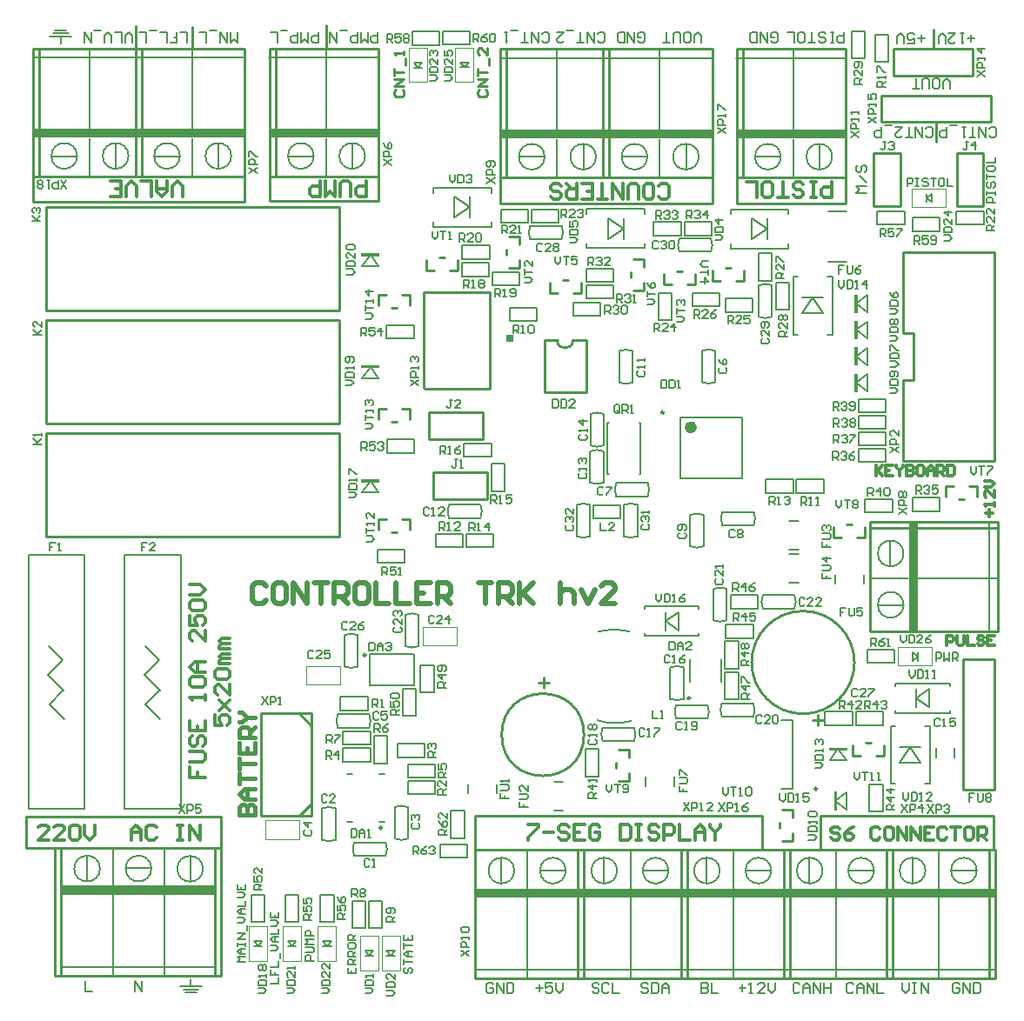
<source format=gto>
G04*
G04 #@! TF.GenerationSoftware,Altium Limited,Altium Designer,18.1.7 (191)*
G04*
G04 Layer_Color=65535*
%FSLAX24Y24*%
%MOIN*%
G70*
G01*
G75*
%ADD10C,0.0070*%
%ADD11C,0.0100*%
%ADD12C,0.0098*%
%ADD13C,0.0079*%
%ADD14C,0.0071*%
%ADD15C,0.0236*%
%ADD16C,0.0050*%
%ADD17C,0.0039*%
%ADD18C,0.0067*%
%ADD19C,0.0157*%
%ADD20C,0.0118*%
%ADD21C,0.0197*%
%ADD22R,0.0364X0.4213*%
%ADD23R,0.5935X0.0374*%
%ADD24R,0.4213X0.0364*%
G36*
X33864Y39835D02*
X33144D01*
Y39945D01*
X33864D01*
Y39835D01*
D02*
G37*
G36*
X52173Y37652D02*
X52063D01*
Y38372D01*
X52173D01*
Y37652D01*
D02*
G37*
G36*
Y36648D02*
X52063D01*
Y37368D01*
X52173D01*
Y36648D01*
D02*
G37*
G36*
X38971Y36567D02*
X38721D01*
Y36817D01*
X38971D01*
Y36567D01*
D02*
G37*
G36*
X52173Y35644D02*
X52063D01*
Y36364D01*
X52173D01*
Y35644D01*
D02*
G37*
G36*
X33864Y35544D02*
X33144D01*
Y35654D01*
X33864D01*
Y35544D01*
D02*
G37*
G36*
X52173Y34620D02*
X52063D01*
Y35340D01*
X52173D01*
Y34620D01*
D02*
G37*
G36*
X33864Y31174D02*
X33144D01*
Y31284D01*
X33864D01*
Y31174D01*
D02*
G37*
G36*
X51797Y20888D02*
X51077D01*
Y20998D01*
X51797D01*
Y20888D01*
D02*
G37*
G36*
X51395Y18597D02*
X51285D01*
Y19317D01*
X51395D01*
Y18597D01*
D02*
G37*
D10*
X43041Y34997D02*
G03*
X43552Y34997I256J608D01*
G01*
Y36205D02*
G03*
X43041Y36204I-255J-609D01*
G01*
X43228Y29102D02*
G03*
X43739Y29101I256J608D01*
G01*
Y30309D02*
G03*
X43228Y30309I-255J-609D01*
G01*
X41417Y29102D02*
G03*
X41928Y29101I256J608D01*
G01*
Y30309D02*
G03*
X41417Y30309I-255J-609D01*
G01*
X48386Y37517D02*
G03*
X48896Y37517I256J608D01*
G01*
Y38724D02*
G03*
X48386Y38724I-255J-609D01*
G01*
X40839Y40492D02*
G03*
X40840Y41003I-608J256D01*
G01*
X39632D02*
G03*
X39632Y40492I609J-255D01*
G01*
X46558Y40010D02*
G03*
X46558Y40520I-608J256D01*
G01*
X45350D02*
G03*
X45351Y40010I609J-255D01*
G01*
X45768Y28718D02*
G03*
X46278Y28717I256J608D01*
G01*
Y29925D02*
G03*
X45768Y29925I-255J-609D01*
G01*
X42930Y31151D02*
G03*
X42930Y30641I608J-256D01*
G01*
X44138D02*
G03*
X44137Y31151I-609J255D01*
G01*
X48201Y29528D02*
G03*
X48202Y30038I-608J256D01*
G01*
X46994D02*
G03*
X46995Y29528I609J-255D01*
G01*
X36523Y30315D02*
G03*
X36522Y29804I608J-256D01*
G01*
X37730D02*
G03*
X37730Y30315I-609J255D01*
G01*
X46211Y35007D02*
G03*
X46721Y35007I256J608D01*
G01*
Y36214D02*
G03*
X46211Y36214I-255J-609D01*
G01*
X42441Y32365D02*
G03*
X41930Y32365I-256J-608D01*
G01*
Y31158D02*
G03*
X42441Y31158I255J609D01*
G01*
X41939Y32586D02*
G03*
X42450Y32585I256J608D01*
G01*
Y33793D02*
G03*
X41939Y33793I-255J-609D01*
G01*
X34853Y24889D02*
G03*
X35363Y24889I256J608D01*
G01*
Y26096D02*
G03*
X34853Y26096I-255J-609D01*
G01*
X32520Y24111D02*
G03*
X33030Y24111I256J608D01*
G01*
Y25319D02*
G03*
X32520Y25318I-255J-609D01*
G01*
X32175Y18674D02*
G03*
X31665Y18674I-256J-608D01*
G01*
Y17467D02*
G03*
X32175Y17467I255J609D01*
G01*
X34097Y16860D02*
G03*
X34098Y17371I-608J256D01*
G01*
X32890D02*
G03*
X32890Y16860I609J-255D01*
G01*
X34960Y18723D02*
G03*
X34450Y18724I-256J-608D01*
G01*
Y17516D02*
G03*
X34960Y17516I255J609D01*
G01*
X32261Y22283D02*
G03*
X32261Y21773I608J-256D01*
G01*
X33468D02*
G03*
X33468Y22283I-609J255D01*
G01*
X48550Y26850D02*
G03*
X48550Y26340I608J-256D01*
G01*
X49758D02*
G03*
X49757Y26850I-609J255D01*
G01*
X46654Y25883D02*
G03*
X47164Y25883I256J608D01*
G01*
Y27090D02*
G03*
X46654Y27090I-255J-609D01*
G01*
X46976Y22707D02*
G03*
X46975Y22196I608J-256D01*
G01*
X48183D02*
G03*
X48183Y22707I-609J255D01*
G01*
X42409Y21772D02*
G03*
X42408Y21261I608J-256D01*
G01*
X43616D02*
G03*
X43616Y21772I-609J255D01*
G01*
X45512Y24077D02*
G03*
X45001Y24078I-256J-608D01*
G01*
Y22870D02*
G03*
X45512Y22871I255J609D01*
G01*
X46430Y22126D02*
G03*
X46430Y22637I-608J256D01*
G01*
X45223D02*
G03*
X45223Y22126I609J-255D01*
G01*
X37057Y28681D02*
Y29193D01*
X36014Y28681D02*
Y29193D01*
X37057D01*
X36014Y28681D02*
X37057D01*
X38218D02*
Y29193D01*
X37175Y28681D02*
Y29193D01*
X38218D01*
X37175Y28681D02*
X38218D01*
X48661Y30768D02*
Y31280D01*
X49705Y30768D02*
Y31280D01*
X48661Y30768D02*
X49705D01*
X48661Y31280D02*
X49705D01*
X49833Y30768D02*
Y31280D01*
X50876Y30768D02*
Y31280D01*
X49833Y30768D02*
X50876D01*
X49833Y31280D02*
X50876D01*
X43552Y35001D02*
Y36201D01*
X43041Y35000D02*
Y36201D01*
X43739Y29105D02*
Y30305D01*
X43228Y29104D02*
Y30305D01*
X41928Y29105D02*
Y30305D01*
X41417Y29104D02*
Y30305D01*
X42057Y30295D02*
X43101D01*
X42057Y29783D02*
X43101D01*
Y30295D01*
X42057Y29783D02*
Y30295D01*
X48897Y37520D02*
Y38720D01*
X48386Y37520D02*
Y38720D01*
X39636Y41003D02*
X40836D01*
X39636Y40492D02*
X40837D01*
X45354Y40521D02*
X46554D01*
X45354Y40010D02*
X46555D01*
X46279Y28721D02*
Y29921D01*
X45768Y28720D02*
Y29921D01*
X42934Y30641D02*
X44134D01*
X42933Y31152D02*
X44134D01*
X46998Y30038D02*
X48198D01*
X46998Y29528D02*
X48199D01*
X38140Y31880D02*
X38652D01*
X38140Y30837D02*
X38652D01*
X38140D02*
Y31880D01*
X38652Y30837D02*
Y31880D01*
X36526Y29804D02*
X37726D01*
X36526Y30315D02*
X37726D01*
X38140Y32146D02*
Y32657D01*
X37096Y32146D02*
Y32657D01*
X38140D01*
X37096Y32146D02*
X38140D01*
X46722Y35011D02*
Y36211D01*
X46211Y35010D02*
Y36211D01*
X39902Y37362D02*
Y37874D01*
X38858Y37362D02*
Y37874D01*
X39902D01*
X38858Y37362D02*
X39902D01*
X41930Y31161D02*
Y32361D01*
X42441Y31161D02*
Y32362D01*
X42450Y32589D02*
Y33789D01*
X41939Y32589D02*
Y33789D01*
X35363Y24892D02*
Y26092D01*
X34852Y24892D02*
Y26093D01*
X39232Y38720D02*
Y39232D01*
X38189Y38720D02*
Y39232D01*
X39232D01*
X38189Y38720D02*
X39232D01*
X41280Y37559D02*
Y38071D01*
X42323Y37559D02*
Y38071D01*
X41280Y37559D02*
X42323D01*
X41280Y38071D02*
X42323D01*
X40718Y41122D02*
Y41634D01*
X39675Y41122D02*
Y41634D01*
X40718D01*
X39675Y41122D02*
X40718D01*
X44547Y38425D02*
X45059D01*
X44547Y37382D02*
X45059D01*
X44547D02*
Y38425D01*
X45059Y37382D02*
Y38425D01*
X42815Y38209D02*
Y38720D01*
X41772Y38209D02*
Y38720D01*
X42815D01*
X41772Y38209D02*
X42815D01*
X46585Y40640D02*
Y41152D01*
X45541Y40640D02*
Y41152D01*
X46585D01*
X45541Y40640D02*
X46585D01*
X47116Y37697D02*
Y38209D01*
X48159Y37697D02*
Y38209D01*
X47116Y37697D02*
X48159D01*
X47116Y38209D02*
X48159D01*
X46890Y37923D02*
Y38435D01*
X45846Y37923D02*
Y38435D01*
X46890D01*
X45846Y37923D02*
X46890D01*
X49055Y37776D02*
X49567D01*
X49055Y38819D02*
X49567D01*
Y37776D02*
Y38819D01*
X49055Y37776D02*
Y38819D01*
X48386Y39951D02*
X48898D01*
X48386Y38907D02*
X48898D01*
X48386D02*
Y39951D01*
X48898Y38907D02*
Y39951D01*
X42815Y38858D02*
Y39370D01*
X41772Y38858D02*
Y39370D01*
X42815D01*
X41772Y38858D02*
X42815D01*
X44370Y40640D02*
Y41152D01*
X45413Y40640D02*
Y41152D01*
X44370Y40640D02*
X45413D01*
X44370Y41152D02*
X45413D01*
X37018Y39065D02*
Y39577D01*
X38061Y39065D02*
Y39577D01*
X37018Y39065D02*
X38061D01*
X37018Y39577D02*
X38061D01*
X38081Y39734D02*
Y40246D01*
X37037Y39734D02*
Y40246D01*
X38081D01*
X37037Y39734D02*
X38081D01*
X38504Y41122D02*
Y41634D01*
X39547Y41122D02*
Y41634D01*
X38504Y41122D02*
X39547D01*
X38504Y41634D02*
X39547D01*
X35433Y23120D02*
X35945D01*
X35433Y24163D02*
X35945D01*
Y23120D02*
Y24163D01*
X35433Y23120D02*
Y24163D01*
X34754Y22224D02*
X35266D01*
X34754Y23268D02*
X35266D01*
Y22224D02*
Y23268D01*
X34754Y22224D02*
Y23268D01*
X33031Y24115D02*
Y25315D01*
X32520Y24114D02*
Y25315D01*
X31664Y17471D02*
Y18671D01*
X32175Y17470D02*
Y18671D01*
X32362Y22431D02*
Y22943D01*
X33406Y22431D02*
Y22943D01*
X32362Y22431D02*
X33406D01*
X32362Y22943D02*
X33406D01*
X32461Y20472D02*
Y20984D01*
X33504Y20472D02*
Y20984D01*
X32461Y20472D02*
X33504D01*
X32461Y20984D02*
X33504D01*
X32894Y17371D02*
X34094D01*
X32894Y16860D02*
X34094D01*
X33652Y20404D02*
X34163D01*
X33652Y21447D02*
X34163D01*
Y20404D02*
Y21447D01*
X33652Y20404D02*
Y21447D01*
X34450Y17520D02*
Y18720D01*
X34961Y17520D02*
Y18720D01*
X34941Y19213D02*
Y19724D01*
X35984Y19213D02*
Y19724D01*
X34941Y19213D02*
X35984D01*
X34941Y19724D02*
X35984D01*
X34547Y20630D02*
Y21142D01*
X35591Y20630D02*
Y21142D01*
X34547Y20630D02*
X35591D01*
X34547Y21142D02*
X35591D01*
X34941Y19852D02*
Y20364D01*
X35984Y19852D02*
Y20364D01*
X34941Y19852D02*
X35984D01*
X34941Y20364D02*
X35984D01*
X32461Y21122D02*
Y21634D01*
X33504Y21122D02*
Y21634D01*
X32461Y21122D02*
X33504D01*
X32461Y21634D02*
X33504D01*
X32265Y21773D02*
X33465D01*
X32264Y22283D02*
X33465D01*
X52844Y47293D02*
X53356D01*
X52844Y48337D02*
X53356D01*
Y47293D02*
Y48337D01*
X52844Y47293D02*
Y48337D01*
X51959Y47421D02*
X52470D01*
X51959Y48465D02*
X52470D01*
Y47421D02*
Y48465D01*
X51959Y47421D02*
Y48465D01*
X55965Y41053D02*
Y41565D01*
X57008Y41053D02*
Y41565D01*
X55965Y41053D02*
X57008D01*
X55965Y41565D02*
X57008D01*
X53514Y30010D02*
Y30522D01*
X52470Y30010D02*
Y30522D01*
X53514D01*
X52470Y30010D02*
X53514D01*
X52215Y33848D02*
Y34360D01*
X53258Y33848D02*
Y34360D01*
X52215Y33848D02*
X53258D01*
X52215Y34360D02*
X53258D01*
X52215Y33219D02*
Y33730D01*
X53258Y33219D02*
Y33730D01*
X52215Y33219D02*
X53258D01*
X52215Y33730D02*
X53258D01*
X52215Y32589D02*
Y33100D01*
X53258Y32589D02*
Y33100D01*
X52215Y32589D02*
X53258D01*
X52215Y33100D02*
X53258D01*
X52215Y31949D02*
Y32461D01*
X53258Y31949D02*
Y32461D01*
X52215Y31949D02*
X53258D01*
X52215Y32461D02*
X53258D01*
X54291Y30069D02*
Y30581D01*
X55335Y30069D02*
Y30581D01*
X54291Y30069D02*
X55335D01*
X54291Y30581D02*
X55335D01*
X41752Y19902D02*
X42264D01*
X41752Y20945D02*
X42264D01*
Y19902D02*
Y20945D01*
X41752Y19902D02*
Y20945D01*
X48554Y26339D02*
X49754D01*
X48553Y26850D02*
X49754D01*
X48356Y26339D02*
Y26850D01*
X47313Y26339D02*
Y26850D01*
X48356D01*
X47313Y26339D02*
X48356D01*
X47136Y25207D02*
Y25719D01*
X48179Y25207D02*
Y25719D01*
X47136Y25207D02*
X48179D01*
X47136Y25719D02*
X48179D01*
X47096Y24035D02*
X47608D01*
X47096Y25079D02*
X47608D01*
Y24035D02*
Y25079D01*
X47096Y24035D02*
Y25079D01*
X47164Y25887D02*
Y27087D01*
X46654Y25886D02*
Y27087D01*
X47096Y23907D02*
X47608D01*
X47096Y22864D02*
X47608D01*
X47096D02*
Y23907D01*
X47608Y22864D02*
Y23907D01*
X46979Y22196D02*
X48179D01*
X46978Y22707D02*
X48179D01*
X42412Y21261D02*
X43612D01*
X42411Y21772D02*
X43612D01*
X45001Y22874D02*
Y24074D01*
X45512Y22874D02*
Y24075D01*
X45226Y22637D02*
X46426D01*
X45226Y22126D02*
X46427D01*
X52628Y18543D02*
X53140D01*
X52628Y19587D02*
X53140D01*
Y18543D02*
Y19587D01*
X52628Y18543D02*
Y19587D01*
X51978Y21870D02*
Y22382D01*
X50935Y21870D02*
Y22382D01*
X51978D01*
X50935Y21870D02*
X51978D01*
X53150D02*
Y22382D01*
X52106Y21870D02*
Y22382D01*
X53150D01*
X52106Y21870D02*
X53150D01*
X35177Y36693D02*
Y37205D01*
X34134Y36693D02*
Y37205D01*
X35177D01*
X34134Y36693D02*
X35177D01*
X35187Y32303D02*
Y32815D01*
X34143Y32303D02*
Y32815D01*
X35187D01*
X34143Y32303D02*
X35187D01*
X34833Y28081D02*
Y28593D01*
X33789Y28081D02*
Y28593D01*
X34833D01*
X33789Y28081D02*
X34833D01*
X33445Y14085D02*
X33957D01*
X33445Y15128D02*
X33957D01*
Y14085D02*
Y15128D01*
X33445Y14085D02*
Y15128D01*
X32815Y14085D02*
X33327D01*
X32815Y15128D02*
X33327D01*
Y14085D02*
Y15128D01*
X32815Y14085D02*
Y15128D01*
X28957Y15364D02*
X29469D01*
X28957Y14321D02*
X29469D01*
X28957D02*
Y15364D01*
X29469Y14321D02*
Y15364D01*
X31594D02*
X32106D01*
X31594Y14321D02*
X32106D01*
X31594D02*
Y15364D01*
X32106Y14321D02*
Y15364D01*
X30256D02*
X30768D01*
X30256Y14321D02*
X30768D01*
X30256D02*
Y15364D01*
X30768Y14321D02*
Y15364D01*
X52933Y41555D02*
X53976D01*
X52933Y41043D02*
X53976D01*
Y41555D01*
X52933Y41043D02*
Y41555D01*
X35118Y47933D02*
Y48445D01*
X36161Y47933D02*
Y48445D01*
X35118Y47933D02*
X36161D01*
X35118Y48445D02*
X36161D01*
X37333Y47943D02*
Y48455D01*
X36289Y47943D02*
Y48455D01*
X37333D01*
X36289Y47943D02*
X37333D01*
X55335Y40807D02*
Y41319D01*
X54291Y40807D02*
Y41319D01*
X55335D01*
X54291Y40807D02*
X55335D01*
X52549Y24754D02*
X53593D01*
X52549Y24242D02*
X53593D01*
Y24754D01*
X52549Y24242D02*
Y24754D01*
X37106Y17539D02*
Y18583D01*
X36594Y17539D02*
Y18583D01*
Y17539D02*
X37106D01*
X36594Y18583D02*
X37106D01*
X36181Y16782D02*
X37224D01*
X36181Y17293D02*
X37224D01*
X36181Y16782D02*
Y17293D01*
X37224Y16782D02*
Y17293D01*
D11*
X40671Y36617D02*
G03*
X41271Y36617I300J0D01*
G01*
X41693Y21496D02*
G03*
X41693Y21496I-1575J0D01*
G01*
X52057Y24268D02*
G03*
X52057Y24268I-1969J0D01*
G01*
X49676Y18338D02*
Y18638D01*
X49276Y17438D02*
X49676D01*
Y17738D01*
X49176Y17938D02*
Y18138D01*
X49276Y18638D02*
X49676D01*
X40171Y36617D02*
X40671D01*
X40171Y34617D02*
X41771D01*
Y36617D01*
X40171Y34617D02*
Y36617D01*
X41271D02*
X41771D01*
X35925Y30541D02*
X37972D01*
X35925Y31565D02*
X37972D01*
X35925Y30541D02*
Y31565D01*
X37972Y30541D02*
Y31565D01*
X35764Y32835D02*
X37811D01*
X35764Y33858D02*
X37811D01*
X35764Y32835D02*
Y33858D01*
X37811Y32835D02*
Y33858D01*
X38081Y34787D02*
X38083Y36364D01*
X35561Y34787D02*
Y38449D01*
X35583Y34764D02*
X38083D01*
X35583Y38464D02*
X38083D01*
X38081Y36323D02*
X38083Y38464D01*
X45668Y38768D02*
X45968D01*
X44768D02*
Y39169D01*
Y38768D02*
X45068D01*
X45268Y39269D02*
X45468D01*
X45968Y38768D02*
Y39169D01*
X47518Y38887D02*
X47818D01*
X46618D02*
Y39287D01*
Y38887D02*
X46918D01*
X47118Y39387D02*
X47318D01*
X47818Y38887D02*
Y39287D01*
X41274Y38419D02*
X41574D01*
X40374D02*
Y38819D01*
Y38419D02*
X40674D01*
X40874Y38919D02*
X41074D01*
X41574Y38419D02*
Y38819D01*
X43978Y39420D02*
Y39720D01*
X43578Y38520D02*
X43978D01*
Y38820D01*
X43478Y39020D02*
Y39220D01*
X43578Y39720D02*
X43978D01*
X36563Y39290D02*
X36863D01*
X35663D02*
Y39690D01*
Y39290D02*
X35963D01*
X36163Y39790D02*
X36363D01*
X36863Y39290D02*
Y39690D01*
X39224Y40294D02*
Y40594D01*
X38824Y39394D02*
X39224D01*
Y39694D01*
X38724Y39894D02*
Y40094D01*
X38824Y40594D02*
X39224D01*
X53089Y45002D02*
Y46002D01*
X57289Y45002D02*
Y46002D01*
X53089D02*
X57289D01*
X53089Y45002D02*
X57289D01*
X53921Y36890D02*
X54321D01*
X53921Y35090D02*
X54321D01*
X53921Y39990D02*
X57421D01*
X53921Y31990D02*
X57421D01*
X54321Y35090D02*
Y36890D01*
X53921D02*
Y39990D01*
Y31990D02*
Y35090D01*
X57421Y31990D02*
Y39990D01*
X52160Y29049D02*
X52460D01*
X51260D02*
Y29449D01*
Y29049D02*
X51560D01*
X51760Y29549D02*
X51960D01*
X52460Y29049D02*
Y29449D01*
X52648Y25472D02*
Y29409D01*
X57569Y25472D02*
Y29409D01*
X52648Y29646D02*
X57569D01*
X52648Y29409D02*
X57569D01*
X52648Y25472D02*
X57569D01*
X52648Y29409D02*
Y29646D01*
X57569Y29409D02*
Y29646D01*
X55561Y31020D02*
X55861D01*
X56761Y30620D02*
Y31020D01*
X56461D02*
X56761D01*
X56061Y30520D02*
X56261D01*
X55561Y30620D02*
Y31020D01*
X43426Y20638D02*
Y20938D01*
X43026Y19738D02*
X43426D01*
Y20038D01*
X42926Y20238D02*
Y20438D01*
X43026Y20938D02*
X43426D01*
X52892Y20688D02*
X53192D01*
X51992D02*
Y21088D01*
Y20688D02*
X52292D01*
X52492Y21188D02*
X52692D01*
X53192Y20688D02*
Y21088D01*
X56231Y19404D02*
X57431D01*
X56231Y24404D02*
X57431D01*
Y19404D02*
Y24404D01*
X56231Y19404D02*
Y24404D01*
X33809Y29751D02*
X34109D01*
X35009Y29351D02*
Y29751D01*
X34709D02*
X35009D01*
X34309Y29251D02*
X34509D01*
X33809Y29351D02*
Y29751D01*
Y38373D02*
X34109D01*
X35009Y37973D02*
Y38373D01*
X34709D02*
X35009D01*
X34309Y37873D02*
X34509D01*
X33809Y37973D02*
Y38373D01*
Y34007D02*
X34109D01*
X35009Y33607D02*
Y34007D01*
X34709D02*
X35009D01*
X34309Y33507D02*
X34509D01*
X33809Y33607D02*
Y34007D01*
X32323Y37756D02*
Y41732D01*
X21102Y37756D02*
Y41732D01*
X32323D01*
X21102Y37756D02*
X32323D01*
Y29094D02*
Y33071D01*
X21102Y29094D02*
Y33071D01*
X32323D01*
X21102Y29094D02*
X32323D01*
X53559Y46772D02*
X56591D01*
X53559Y47795D02*
X56591D01*
X53559Y46772D02*
Y47795D01*
X56591Y46772D02*
Y47795D01*
X56998Y41742D02*
Y43789D01*
X55974Y41742D02*
Y43789D01*
Y41742D02*
X56998D01*
X55974Y43789D02*
X56998D01*
X21654Y17165D02*
X27559D01*
X21654Y12244D02*
X27559D01*
X27795D02*
Y17165D01*
X27559Y12244D02*
Y17165D01*
X21417Y12244D02*
Y17165D01*
X21654Y12244D02*
Y17165D01*
X27559D02*
X27795D01*
X27559Y12244D02*
X27795D01*
X21417Y17165D02*
X21654D01*
X21417Y12244D02*
X21654D01*
X37530Y17087D02*
X41467D01*
X37530Y12165D02*
X41467D01*
X41703D02*
Y17087D01*
X41467Y12165D02*
Y17087D01*
X37530Y12165D02*
Y17087D01*
X41467D02*
X41703D01*
X41467Y12165D02*
X41703D01*
X49341Y17087D02*
X53278D01*
X49341Y12165D02*
X53278D01*
X53514D02*
Y17087D01*
X53278Y12165D02*
Y17087D01*
X49341Y12165D02*
Y17087D01*
X53278D02*
X53514D01*
X53278Y12165D02*
X53514D01*
X53278Y17087D02*
X57215D01*
X53278Y12165D02*
X57215D01*
X57451D02*
Y17087D01*
X57215Y12165D02*
Y17087D01*
X53278Y12165D02*
Y17087D01*
X57215D02*
X57451D01*
X57215Y12165D02*
X57451D01*
X31260Y18376D02*
Y22313D01*
X29331Y18376D02*
Y22313D01*
Y18376D02*
X31260D01*
X29331Y22313D02*
X31260D01*
X30787Y18376D02*
X31260Y18848D01*
X30787Y22313D02*
X31260Y21841D01*
X45404Y12165D02*
X45640D01*
X45404Y17087D02*
X45640D01*
X41467Y12165D02*
Y17087D01*
X45404Y12165D02*
Y17087D01*
X45640Y12165D02*
Y17087D01*
X41467Y12165D02*
X45404D01*
X41467Y17087D02*
X45404D01*
X49341Y12165D02*
X49577D01*
X49341Y17087D02*
X49577D01*
X45404Y12165D02*
Y17087D01*
X49341Y12165D02*
Y17087D01*
X49577Y12165D02*
Y17087D01*
X45404Y12165D02*
X49341D01*
X45404Y17087D02*
X49341D01*
X47539Y47776D02*
X47776D01*
X47539Y42854D02*
X47776D01*
X51713D02*
Y47776D01*
X47776Y42854D02*
Y47776D01*
X47539Y42854D02*
Y47776D01*
X47776D02*
X51713D01*
X47776Y42854D02*
X51713D01*
X42431Y47776D02*
X42667D01*
X42431Y42854D02*
X42667D01*
X46604D02*
Y47776D01*
X42667Y42854D02*
Y47776D01*
X42431Y42854D02*
Y47776D01*
X42667D02*
X46604D01*
X42667Y42854D02*
X46604D01*
X38494Y47776D02*
X38730D01*
X38494Y42854D02*
X38730D01*
X42667D02*
Y47776D01*
X38730Y42854D02*
Y47776D01*
X38494Y42854D02*
Y47776D01*
X38730D02*
X42667D01*
X38730Y42854D02*
X42667D01*
X52785Y43789D02*
X53809D01*
X52785Y41742D02*
X53809D01*
X52785D02*
Y43789D01*
X53809Y41742D02*
Y43789D01*
X29646Y47805D02*
X29882D01*
X29646Y42884D02*
X29882D01*
X33819D02*
Y47805D01*
X29882Y42884D02*
Y47805D01*
X29646Y42884D02*
Y47805D01*
X29882D02*
X33819D01*
X29882Y42884D02*
X33819D01*
X24518Y47805D02*
X24754D01*
X24518Y42884D02*
X24754D01*
X28691D02*
Y47805D01*
X24754Y42884D02*
Y47805D01*
X24518Y42884D02*
Y47805D01*
X24754D02*
X28691D01*
X24754Y42884D02*
X28691D01*
X20581Y47805D02*
X20817D01*
X20581Y42884D02*
X20817D01*
X24754D02*
Y47805D01*
X20817Y42884D02*
Y47805D01*
X20581Y42884D02*
Y47805D01*
X20817D02*
X24754D01*
X20817Y42884D02*
X24754D01*
X32323Y33425D02*
Y37402D01*
X21102Y33425D02*
Y37402D01*
X32323D01*
X21102Y33425D02*
X32323D01*
X24518Y47805D02*
Y48652D01*
X26673Y47805D02*
Y48632D01*
X31811Y47795D02*
Y48681D01*
X20305Y18346D02*
X27795D01*
X20305Y17323D02*
Y18346D01*
Y17165D02*
X21417D01*
X20305D02*
Y17323D01*
X39941Y23489D02*
X40341D01*
X40141Y23689D02*
Y23289D01*
X50443Y22052D02*
X50843D01*
X50643Y22252D02*
Y21852D01*
D12*
X33340Y24555D02*
G03*
X33340Y24555I-49J0D01*
G01*
X33957Y17933D02*
G03*
X33957Y17933I-49J0D01*
G01*
X45758Y22904D02*
G03*
X45758Y22904I-49J0D01*
G01*
X50630Y19427D02*
G03*
X50630Y19427I-49J0D01*
G01*
X44754Y33848D02*
G03*
X44754Y33848I-49J0D01*
G01*
X55089Y47795D02*
Y48524D01*
X55197Y44222D02*
Y45002D01*
X27795Y17165D02*
Y18346D01*
X48524Y17087D02*
Y18386D01*
X37520Y17087D02*
Y18386D01*
X48524D01*
X57402Y17087D02*
Y18386D01*
X50768D02*
X57402D01*
X50768Y17077D02*
Y18386D01*
X38494Y41850D02*
Y42854D01*
X46604Y41850D02*
Y42854D01*
X47539Y41860D02*
Y42854D01*
Y41860D02*
X51713D01*
Y42854D01*
X38494Y41850D02*
X46604D01*
X20581Y41948D02*
Y42884D01*
X28691Y41938D02*
Y42884D01*
X20581Y41938D02*
X28691D01*
X33819Y41948D02*
Y42884D01*
X29646Y41948D02*
X33819D01*
X29646D02*
Y42884D01*
X34475Y46237D02*
X34410Y46171D01*
Y46040D01*
X34475Y45974D01*
X34738D01*
X34803Y46040D01*
Y46171D01*
X34738Y46237D01*
X34803Y46368D02*
X34410D01*
X34803Y46630D01*
X34410D01*
Y46762D02*
Y47024D01*
Y46893D01*
X34803D01*
X34869Y47155D02*
Y47418D01*
X34803Y47549D02*
Y47680D01*
Y47614D01*
X34410D01*
X34475Y47549D01*
X37674Y46237D02*
X37608Y46171D01*
Y46040D01*
X37674Y45974D01*
X37936D01*
X38002Y46040D01*
Y46171D01*
X37936Y46237D01*
X38002Y46368D02*
X37608D01*
X38002Y46630D01*
X37608D01*
Y46762D02*
Y47024D01*
Y46893D01*
X38002D01*
X38068Y47155D02*
Y47418D01*
X38002Y47811D02*
Y47549D01*
X37740Y47811D01*
X37674D01*
X37608Y47745D01*
Y47614D01*
X37674Y47549D01*
D13*
X53938Y28445D02*
G03*
X53938Y28445I-493J0D01*
G01*
Y26476D02*
G03*
X53938Y26476I-493J0D01*
G01*
X23150Y16368D02*
G03*
X23150Y16368I-493J0D01*
G01*
X25119D02*
G03*
X25119Y16368I-493J0D01*
G01*
X27097Y16358D02*
G03*
X27097Y16358I-493J0D01*
G01*
X40995Y16289D02*
G03*
X40995Y16289I-493J0D01*
G01*
X39026D02*
G03*
X39026Y16289I-493J0D01*
G01*
X52806D02*
G03*
X52806Y16289I-493J0D01*
G01*
X50837D02*
G03*
X50837Y16289I-493J0D01*
G01*
X56743D02*
G03*
X56743Y16289I-493J0D01*
G01*
X54775D02*
G03*
X54775Y16289I-493J0D01*
G01*
X42963D02*
G03*
X42963Y16289I-493J0D01*
G01*
X44932D02*
G03*
X44932Y16289I-493J0D01*
G01*
X46900D02*
G03*
X46900Y16289I-493J0D01*
G01*
X48869D02*
G03*
X48869Y16289I-493J0D01*
G01*
X51202Y43652D02*
G03*
X51202Y43652I-493J0D01*
G01*
X49233D02*
G03*
X49233Y43652I-493J0D01*
G01*
X46093D02*
G03*
X46093Y43652I-493J0D01*
G01*
X44125D02*
G03*
X44125Y43652I-493J0D01*
G01*
X42156D02*
G03*
X42156Y43652I-493J0D01*
G01*
X40188D02*
G03*
X40188Y43652I-493J0D01*
G01*
X33308Y43681D02*
G03*
X33308Y43681I-493J0D01*
G01*
X31339D02*
G03*
X31339Y43681I-493J0D01*
G01*
X28180D02*
G03*
X28180Y43681I-493J0D01*
G01*
X26212D02*
G03*
X26212Y43681I-493J0D01*
G01*
X24243D02*
G03*
X24243Y43681I-493J0D01*
G01*
X22275D02*
G03*
X22275Y43681I-493J0D01*
G01*
X49567Y28425D02*
X49921D01*
X49567Y27323D02*
X49921D01*
X49567Y29685D02*
X49921D01*
X49567Y28583D02*
X49921D01*
X49715Y39045D02*
X49902D01*
X51024D02*
X51211D01*
X49715Y36841D02*
X49902D01*
X51024D02*
X51211D01*
X49715D02*
Y39045D01*
X51211Y36841D02*
Y39045D01*
X42598Y31496D02*
X42638D01*
X42598D02*
Y33465D01*
X42638D01*
X43819Y31496D02*
X43858D01*
Y33465D01*
X43819D02*
X43858D01*
X49528Y41447D02*
Y41634D01*
Y40138D02*
Y40325D01*
X47323Y41447D02*
Y41634D01*
Y40138D02*
Y40325D01*
Y41634D02*
X49528D01*
X47323Y40138D02*
X49528D01*
X44006Y41457D02*
Y41644D01*
Y40148D02*
Y40335D01*
X41801Y41457D02*
Y41644D01*
Y40148D02*
Y40335D01*
Y41644D02*
X44006D01*
X41801Y40148D02*
X44006D01*
X38140Y42274D02*
Y42461D01*
Y40965D02*
Y41152D01*
X35935Y42274D02*
Y42461D01*
Y40965D02*
Y41152D01*
Y42461D02*
X38140D01*
X35935Y40965D02*
X38140D01*
X51053Y39626D02*
X51762D01*
X51053Y41555D02*
X51762D01*
X32608Y18150D02*
Y18169D01*
Y18150D02*
X32825D01*
X32608Y19980D02*
Y20000D01*
X32825D01*
X34065Y18150D02*
Y18169D01*
X33848Y18150D02*
X34065D01*
Y19980D02*
Y20000D01*
X33848D02*
X34065D01*
X52431Y27283D02*
Y27638D01*
X51329Y27283D02*
Y27638D01*
X52543Y37682D02*
Y38342D01*
X52113Y38012D02*
X52543Y38342D01*
X52113Y38012D02*
X52543Y37682D01*
Y36678D02*
Y37338D01*
X52113Y37008D02*
X52543Y37338D01*
X52113Y37008D02*
X52543Y36678D01*
Y35674D02*
Y36334D01*
X52113Y36004D02*
X52543Y36334D01*
X52113Y36004D02*
X52543Y35674D01*
Y34650D02*
Y35310D01*
X52113Y34980D02*
X52543Y35310D01*
X52113Y34980D02*
X52543Y34650D01*
X54252Y27480D02*
X57559D01*
X57234Y25472D02*
Y29656D01*
X52953Y26467D02*
X53927D01*
X53435Y27972D02*
Y28937D01*
X52667Y27480D02*
X54114D01*
X40541Y18602D02*
X40896D01*
X40541Y19705D02*
X40896D01*
X37244Y19242D02*
Y19596D01*
X38346Y19242D02*
Y19596D01*
X45148Y19537D02*
Y19892D01*
X44045Y19537D02*
Y19892D01*
X46102Y26319D02*
Y26427D01*
Y25285D02*
Y25394D01*
X44016Y26319D02*
Y26427D01*
Y25285D02*
Y25394D01*
Y26427D02*
X46102D01*
X44016Y25285D02*
X46102D01*
X45768Y23514D02*
Y24380D01*
X46949Y23514D02*
Y24380D01*
X51765Y18627D02*
Y19287D01*
X51335Y18957D02*
X51765Y19287D01*
X51335Y18957D02*
X51765Y18627D01*
X49252Y22065D02*
X49685D01*
X49252Y19427D02*
X49685D01*
Y22065D01*
X51107Y20518D02*
X51767D01*
X51437Y20948D02*
X51767Y20518D01*
X51107D02*
X51437Y20948D01*
X53445Y21821D02*
X53632D01*
X54754D02*
X54941D01*
X53445Y19616D02*
X53632D01*
X54754D02*
X54941D01*
X53445D02*
Y21821D01*
X54941Y19616D02*
Y21821D01*
X55709Y23366D02*
Y23474D01*
Y22333D02*
Y22441D01*
X53622Y23366D02*
Y23474D01*
Y22333D02*
Y22441D01*
Y23474D02*
X55709D01*
X53622Y22333D02*
X55709D01*
X33174Y35174D02*
X33834D01*
X33504Y35604D02*
X33834Y35174D01*
X33174D02*
X33504Y35604D01*
X33174Y39465D02*
X33834D01*
X33504Y39895D02*
X33834Y39465D01*
X33174D02*
X33504Y39895D01*
X33174Y30804D02*
X33834D01*
X33504Y31234D02*
X33834Y30804D01*
X33174D02*
X33504Y31234D01*
X20404Y28376D02*
X22569D01*
Y18652D02*
Y28376D01*
X20404Y18652D02*
Y28376D01*
Y18652D02*
X22569D01*
X21211Y22657D02*
X21772Y22096D01*
X21152Y23789D02*
X21152D01*
X21152D02*
X21713Y24350D01*
X21181Y24882D02*
X21713Y24350D01*
X21211Y22657D02*
X21737Y23184D01*
X21732Y23189D02*
X21737Y23184D01*
X21152Y23789D02*
X21747Y23194D01*
X21742Y23189D02*
X21747Y23194D01*
X21732Y23189D02*
X21742D01*
X26614Y11850D02*
Y12126D01*
X26417Y11614D02*
X26850D01*
X26339Y11732D02*
X26929D01*
X26614Y11850D02*
X27047D01*
X26220D02*
X26614D01*
X25630Y15709D02*
Y17126D01*
X23661Y15699D02*
Y17146D01*
X21654Y15699D02*
X27539D01*
X26604Y15886D02*
Y16841D01*
X24154Y16378D02*
X25118D01*
X22648Y15886D02*
Y16860D01*
X21654Y12579D02*
X27549D01*
X25630Y12244D02*
Y15551D01*
X23661Y12254D02*
Y15561D01*
X21654D02*
X27539D01*
X39537Y12175D02*
Y15482D01*
X37530Y12500D02*
X41713D01*
X38524Y15807D02*
Y16782D01*
X40030Y16299D02*
X40994D01*
X39537Y15620D02*
Y17067D01*
X51348Y12175D02*
Y15482D01*
X49341Y12500D02*
X53524D01*
X50335Y15807D02*
Y16782D01*
X51841Y16299D02*
X52805D01*
X51348Y15620D02*
Y17067D01*
X55285Y12175D02*
Y15482D01*
X53278Y12500D02*
X57461D01*
X54272Y15807D02*
Y16782D01*
X55778Y16299D02*
X56742D01*
X55285Y15620D02*
Y17067D01*
X45394Y33671D02*
X47756D01*
X45394Y31309D02*
X47756D01*
Y33671D01*
X45394Y31309D02*
Y33671D01*
X43474Y15620D02*
Y17067D01*
X43967Y16299D02*
X44931D01*
X42461Y15807D02*
Y16782D01*
X41467Y12500D02*
X45650D01*
X43474Y12175D02*
Y15482D01*
X47411Y15620D02*
Y17067D01*
X47904Y16299D02*
X48868D01*
X46398Y15807D02*
Y16782D01*
X45404Y12500D02*
X49587D01*
X47411Y12175D02*
Y15482D01*
X49705Y42874D02*
Y44321D01*
X48248Y43642D02*
X49213D01*
X50718Y43159D02*
Y44134D01*
X47530Y47441D02*
X51713D01*
X49705Y44459D02*
Y47766D01*
X44596Y42874D02*
Y44321D01*
X43140Y43642D02*
X44104D01*
X45610Y43159D02*
Y44134D01*
X42421Y47441D02*
X46604D01*
X44596Y44459D02*
Y47766D01*
X40659Y42874D02*
Y44321D01*
X39203Y43642D02*
X40167D01*
X41673Y43159D02*
Y44134D01*
X38484Y47441D02*
X42667D01*
X40659Y44459D02*
Y47766D01*
X31811Y42904D02*
Y44350D01*
X30354Y43671D02*
X31319D01*
X32825Y43189D02*
Y44163D01*
X29636Y47470D02*
X33819D01*
X31811Y44488D02*
Y47795D01*
X26683Y42904D02*
Y44350D01*
X25226Y43671D02*
X26191D01*
X27697Y43189D02*
Y44163D01*
X24508Y47470D02*
X28691D01*
X26683Y44488D02*
Y47795D01*
X22746Y42904D02*
Y44350D01*
X21289Y43671D02*
X22254D01*
X23760Y43189D02*
Y44163D01*
X20571Y47470D02*
X24754D01*
X22746Y44488D02*
Y47795D01*
X21663Y47982D02*
Y48258D01*
X21427Y48494D02*
X21860D01*
X21348Y48376D02*
X21939D01*
X21230Y48258D02*
X21663D01*
X22057D01*
X25423Y23189D02*
X25433D01*
X25438Y23194D01*
X24843Y23789D02*
X25438Y23194D01*
X25423Y23189D02*
X25428Y23184D01*
X24902Y22657D02*
X25428Y23184D01*
X24872Y24882D02*
X25404Y24350D01*
X24843Y23789D02*
X25404Y24350D01*
X24843Y23789D02*
X24843D01*
X24902Y22657D02*
X25463Y22096D01*
X24094Y18652D02*
X26260D01*
X24094D02*
Y28376D01*
X26260Y18652D02*
Y28376D01*
X24094D02*
X26260D01*
X55177Y24331D02*
Y24646D01*
X55335D01*
X55387Y24593D01*
Y24488D01*
X55335Y24436D01*
X55177D01*
X55492Y24646D02*
Y24331D01*
X55597Y24436D01*
X55702Y24331D01*
Y24646D01*
X55807Y24331D02*
Y24646D01*
X55964D01*
X56017Y24593D01*
Y24488D01*
X55964Y24436D01*
X55807D01*
X55912D02*
X56017Y24331D01*
X55718Y46250D02*
Y46513D01*
X55587Y46644D01*
X55456Y46513D01*
Y46250D01*
X55128D02*
X55259D01*
X55325Y46316D01*
Y46578D01*
X55259Y46644D01*
X55128D01*
X55063Y46578D01*
Y46316D01*
X55128Y46250D01*
X54931D02*
Y46578D01*
X54866Y46644D01*
X54735D01*
X54669Y46578D01*
Y46250D01*
X54538D02*
X54275D01*
X54407D01*
Y46644D01*
X57451Y41890D02*
X57136D01*
Y42047D01*
X57188Y42100D01*
X57293D01*
X57346Y42047D01*
Y41890D01*
X57136Y42205D02*
Y42310D01*
Y42257D01*
X57451D01*
Y42205D01*
Y42310D01*
X57188Y42677D02*
X57136Y42624D01*
Y42519D01*
X57188Y42467D01*
X57241D01*
X57293Y42519D01*
Y42624D01*
X57346Y42677D01*
X57398D01*
X57451Y42624D01*
Y42519D01*
X57398Y42467D01*
X57136Y42782D02*
Y42992D01*
Y42887D01*
X57451D01*
X57136Y43254D02*
Y43149D01*
X57188Y43097D01*
X57398D01*
X57451Y43149D01*
Y43254D01*
X57398Y43307D01*
X57188D01*
X57136Y43254D01*
Y43412D02*
X57451D01*
Y43621D01*
X54797Y44455D02*
X54862Y44390D01*
X54993D01*
X55059Y44455D01*
Y44718D01*
X54993Y44783D01*
X54862D01*
X54797Y44718D01*
X54665Y44783D02*
Y44390D01*
X54403Y44783D01*
Y44390D01*
X54272D02*
X54010D01*
X54141D01*
Y44783D01*
X53616D02*
X53878D01*
X53616Y44521D01*
Y44455D01*
X53682Y44390D01*
X53813D01*
X53878Y44455D01*
X53485Y44849D02*
X53222D01*
X53091Y44783D02*
Y44390D01*
X52894D01*
X52829Y44455D01*
Y44587D01*
X52894Y44652D01*
X53091D01*
X57228Y44455D02*
X57293Y44390D01*
X57425D01*
X57490Y44455D01*
Y44718D01*
X57425Y44783D01*
X57293D01*
X57228Y44718D01*
X57097Y44783D02*
Y44390D01*
X56834Y44783D01*
Y44390D01*
X56703D02*
X56441D01*
X56572D01*
Y44783D01*
X56309D02*
X56178D01*
X56244D01*
Y44390D01*
X56309Y44455D01*
X55981Y44849D02*
X55719D01*
X55588Y44783D02*
Y44390D01*
X55391D01*
X55325Y44455D01*
Y44587D01*
X55391Y44652D01*
X55588D01*
X34856Y12572D02*
X34803Y12520D01*
Y12415D01*
X34856Y12362D01*
X34908D01*
X34961Y12415D01*
Y12520D01*
X35013Y12572D01*
X35066D01*
X35118Y12520D01*
Y12415D01*
X35066Y12362D01*
X34803Y12677D02*
Y12887D01*
Y12782D01*
X35118D01*
Y12992D02*
X34908D01*
X34803Y13097D01*
X34908Y13202D01*
X35118D01*
X34961D01*
Y12992D01*
X34803Y13307D02*
Y13517D01*
Y13412D01*
X35118D01*
X34803Y13832D02*
Y13622D01*
X35118D01*
Y13832D01*
X34961Y13622D02*
Y13727D01*
X32638Y12572D02*
Y12362D01*
X32953D01*
Y12572D01*
X32795Y12362D02*
Y12467D01*
X32953Y12677D02*
X32638D01*
Y12834D01*
X32690Y12887D01*
X32795D01*
X32848Y12834D01*
Y12677D01*
Y12782D02*
X32953Y12887D01*
Y12992D02*
X32638D01*
Y13149D01*
X32690Y13202D01*
X32795D01*
X32848Y13149D01*
Y12992D01*
Y13097D02*
X32953Y13202D01*
X32638Y13464D02*
Y13359D01*
X32690Y13307D01*
X32900D01*
X32953Y13359D01*
Y13464D01*
X32900Y13517D01*
X32690D01*
X32638Y13464D01*
X32953Y13622D02*
X32638D01*
Y13779D01*
X32690Y13832D01*
X32795D01*
X32848Y13779D01*
Y13622D01*
Y13727D02*
X32953Y13832D01*
X31339Y12835D02*
X31024D01*
Y12992D01*
X31076Y13045D01*
X31181D01*
X31234Y12992D01*
Y12835D01*
X31024Y13149D02*
X31286D01*
X31339Y13202D01*
Y13307D01*
X31286Y13359D01*
X31024D01*
X31339Y13464D02*
X31024D01*
X31129Y13569D01*
X31024Y13674D01*
X31339D01*
Y13779D02*
X31024D01*
Y13937D01*
X31076Y13989D01*
X31181D01*
X31234Y13937D01*
Y13779D01*
X29685Y11968D02*
X30000D01*
Y12178D01*
X29685Y12493D02*
Y12283D01*
X29843D01*
Y12388D01*
Y12283D01*
X30000D01*
X29685Y12598D02*
X30000D01*
Y12808D01*
X30052Y12913D02*
Y13123D01*
X29685Y13228D02*
X29895D01*
X30000Y13333D01*
X29895Y13438D01*
X29685D01*
X30000Y13543D02*
X29790D01*
X29685Y13648D01*
X29790Y13753D01*
X30000D01*
X29843D01*
Y13543D01*
X29685Y13858D02*
X30000D01*
Y14068D01*
X29685Y14173D02*
X29895D01*
X30000Y14277D01*
X29895Y14382D01*
X29685D01*
Y14697D02*
Y14487D01*
X30000D01*
Y14697D01*
X29843Y14487D02*
Y14592D01*
X28720Y12776D02*
X28406D01*
X28511Y12881D01*
X28406Y12986D01*
X28720D01*
Y13090D02*
X28511D01*
X28406Y13195D01*
X28511Y13300D01*
X28720D01*
X28563D01*
Y13090D01*
X28406Y13405D02*
Y13510D01*
Y13458D01*
X28720D01*
Y13405D01*
Y13510D01*
Y13668D02*
X28406D01*
X28720Y13878D01*
X28406D01*
X28773Y13983D02*
Y14192D01*
X28406Y14297D02*
X28616D01*
X28720Y14402D01*
X28616Y14507D01*
X28406D01*
X28720Y14612D02*
X28511D01*
X28406Y14717D01*
X28511Y14822D01*
X28720D01*
X28563D01*
Y14612D01*
X28406Y14927D02*
X28720D01*
Y15137D01*
X28406Y15242D02*
X28616D01*
X28720Y15347D01*
X28616Y15452D01*
X28406D01*
Y15767D02*
Y15557D01*
X28720D01*
Y15767D01*
X28563Y15557D02*
Y15662D01*
X56654Y48199D02*
X56391D01*
X56522Y48068D02*
Y48330D01*
X56260Y48396D02*
X56129D01*
X56194D01*
Y48002D01*
X56260Y48068D01*
X55670Y48396D02*
X55932D01*
X55670Y48133D01*
Y48068D01*
X55735Y48002D01*
X55866D01*
X55932Y48068D01*
X55538Y48002D02*
Y48264D01*
X55407Y48396D01*
X55276Y48264D01*
Y48002D01*
X54744Y48199D02*
X54482D01*
X54613Y48068D02*
Y48330D01*
X54088Y48002D02*
X54351D01*
Y48199D01*
X54219Y48133D01*
X54154D01*
X54088Y48199D01*
Y48330D01*
X54154Y48396D01*
X54285D01*
X54351Y48330D01*
X53957Y48002D02*
Y48264D01*
X53826Y48396D01*
X53695Y48264D01*
Y48002D01*
X46171Y48022D02*
Y48284D01*
X46040Y48415D01*
X45909Y48284D01*
Y48022D01*
X45581D02*
X45712D01*
X45778Y48087D01*
Y48350D01*
X45712Y48415D01*
X45581D01*
X45515Y48350D01*
Y48087D01*
X45581Y48022D01*
X45384D02*
Y48350D01*
X45319Y48415D01*
X45187D01*
X45122Y48350D01*
Y48022D01*
X44991D02*
X44728D01*
X44859D01*
Y48415D01*
X48852Y48087D02*
X48917Y48022D01*
X49049D01*
X49114Y48087D01*
Y48350D01*
X49049Y48415D01*
X48917D01*
X48852Y48350D01*
Y48219D01*
X48983D01*
X48721Y48415D02*
Y48022D01*
X48458Y48415D01*
Y48022D01*
X48327D02*
Y48415D01*
X48130D01*
X48065Y48350D01*
Y48087D01*
X48130Y48022D01*
X48327D01*
X51663Y48415D02*
Y48022D01*
X51467D01*
X51401Y48087D01*
Y48219D01*
X51467Y48284D01*
X51663D01*
X51270Y48022D02*
X51139D01*
X51204D01*
Y48415D01*
X51270D01*
X51139D01*
X50679Y48087D02*
X50745Y48022D01*
X50876D01*
X50942Y48087D01*
Y48153D01*
X50876Y48219D01*
X50745D01*
X50679Y48284D01*
Y48350D01*
X50745Y48415D01*
X50876D01*
X50942Y48350D01*
X50548Y48022D02*
X50286D01*
X50417D01*
Y48415D01*
X49958Y48022D02*
X50089D01*
X50155Y48087D01*
Y48350D01*
X50089Y48415D01*
X49958D01*
X49892Y48350D01*
Y48087D01*
X49958Y48022D01*
X49761D02*
Y48415D01*
X49499D01*
X42218Y48087D02*
X42284Y48022D01*
X42415D01*
X42480Y48087D01*
Y48350D01*
X42415Y48415D01*
X42284D01*
X42218Y48350D01*
X42087Y48415D02*
Y48022D01*
X41824Y48415D01*
Y48022D01*
X41693D02*
X41431D01*
X41562D01*
Y48415D01*
X41300Y48481D02*
X41037D01*
X40644Y48415D02*
X40906D01*
X40644Y48153D01*
Y48087D01*
X40709Y48022D01*
X40840D01*
X40906Y48087D01*
X43763D02*
X43829Y48022D01*
X43960D01*
X44026Y48087D01*
Y48350D01*
X43960Y48415D01*
X43829D01*
X43763Y48350D01*
Y48219D01*
X43894D01*
X43632Y48415D02*
Y48022D01*
X43370Y48415D01*
Y48022D01*
X43238D02*
Y48415D01*
X43042D01*
X42976Y48350D01*
Y48087D01*
X43042Y48022D01*
X43238D01*
X40082Y48087D02*
X40148Y48022D01*
X40279D01*
X40344Y48087D01*
Y48350D01*
X40279Y48415D01*
X40148D01*
X40082Y48350D01*
X39951Y48415D02*
Y48022D01*
X39689Y48415D01*
Y48022D01*
X39557D02*
X39295D01*
X39426D01*
Y48415D01*
X39164Y48481D02*
X38901D01*
X38770Y48415D02*
X38639D01*
X38705D01*
Y48022D01*
X38770Y48087D01*
X22598Y12047D02*
Y11654D01*
X22861D01*
X24488D02*
Y12047D01*
X24751Y11654D01*
Y12047D01*
X33799Y48415D02*
Y48022D01*
X33602D01*
X33537Y48087D01*
Y48219D01*
X33602Y48284D01*
X33799D01*
X33406Y48415D02*
Y48022D01*
X33274Y48153D01*
X33143Y48022D01*
Y48415D01*
X33012D02*
Y48022D01*
X32815D01*
X32750Y48087D01*
Y48219D01*
X32815Y48284D01*
X33012D01*
X32618Y48481D02*
X32356D01*
X32225Y48415D02*
Y48022D01*
X31963Y48415D01*
Y48022D01*
X31516Y48415D02*
Y48022D01*
X31319D01*
X31253Y48087D01*
Y48219D01*
X31319Y48284D01*
X31516D01*
X31122Y48415D02*
Y48022D01*
X30991Y48153D01*
X30860Y48022D01*
Y48415D01*
X30729D02*
Y48022D01*
X30532D01*
X30466Y48087D01*
Y48219D01*
X30532Y48284D01*
X30729D01*
X30335Y48481D02*
X30073D01*
X29941Y48022D02*
Y48415D01*
X29679D01*
X28406Y48415D02*
Y48022D01*
X28274Y48153D01*
X28143Y48022D01*
Y48415D01*
X28012D02*
Y48022D01*
X27750Y48415D01*
Y48022D01*
X27618Y48481D02*
X27356D01*
X27225Y48022D02*
Y48415D01*
X26962D01*
X26496Y48022D02*
Y48415D01*
X26234D01*
X25840Y48022D02*
X26102D01*
Y48219D01*
X25971D01*
X26102D01*
Y48415D01*
X25709Y48022D02*
Y48415D01*
X25447D01*
X25315Y48481D02*
X25053D01*
X24922Y48022D02*
Y48415D01*
X24659D01*
X24380Y48022D02*
Y48284D01*
X24249Y48415D01*
X24118Y48284D01*
Y48022D01*
X23986D02*
Y48415D01*
X23724D01*
X23593Y48022D02*
Y48284D01*
X23462Y48415D01*
X23330Y48284D01*
Y48022D01*
X23199Y48481D02*
X22937D01*
X22806Y48415D02*
Y48022D01*
X22543Y48415D01*
Y48022D01*
X38215Y11932D02*
X38150Y11998D01*
X38018D01*
X37953Y11932D01*
Y11670D01*
X38018Y11604D01*
X38150D01*
X38215Y11670D01*
Y11801D01*
X38084D01*
X38346Y11604D02*
Y11998D01*
X38609Y11604D01*
Y11998D01*
X38740D02*
Y11604D01*
X38937D01*
X39002Y11670D01*
Y11932D01*
X38937Y11998D01*
X38740D01*
X39843Y11801D02*
X40105D01*
X39974Y11932D02*
Y11670D01*
X40498Y11998D02*
X40236D01*
Y11801D01*
X40367Y11867D01*
X40433D01*
X40498Y11801D01*
Y11670D01*
X40433Y11604D01*
X40302D01*
X40236Y11670D01*
X40630Y11998D02*
Y11736D01*
X40761Y11604D01*
X40892Y11736D01*
Y11998D01*
X42270Y11932D02*
X42205Y11998D01*
X42073D01*
X42008Y11932D01*
Y11867D01*
X42073Y11801D01*
X42205D01*
X42270Y11736D01*
Y11670D01*
X42205Y11604D01*
X42073D01*
X42008Y11670D01*
X42664Y11932D02*
X42598Y11998D01*
X42467D01*
X42401Y11932D01*
Y11670D01*
X42467Y11604D01*
X42598D01*
X42664Y11670D01*
X42795Y11998D02*
Y11604D01*
X43057D01*
X44160Y11932D02*
X44094Y11998D01*
X43963D01*
X43898Y11932D01*
Y11867D01*
X43963Y11801D01*
X44094D01*
X44160Y11736D01*
Y11670D01*
X44094Y11604D01*
X43963D01*
X43898Y11670D01*
X44291Y11998D02*
Y11604D01*
X44488D01*
X44554Y11670D01*
Y11932D01*
X44488Y11998D01*
X44291D01*
X44685Y11604D02*
Y11867D01*
X44816Y11998D01*
X44947Y11867D01*
Y11604D01*
Y11801D01*
X44685D01*
X46181Y11998D02*
Y11604D01*
X46378D01*
X46443Y11670D01*
Y11736D01*
X46378Y11801D01*
X46181D01*
X46378D01*
X46443Y11867D01*
Y11932D01*
X46378Y11998D01*
X46181D01*
X46575D02*
Y11604D01*
X46837D01*
X49967Y11932D02*
X49902Y11998D01*
X49770D01*
X49705Y11932D01*
Y11670D01*
X49770Y11604D01*
X49902D01*
X49967Y11670D01*
X50098Y11604D02*
Y11867D01*
X50229Y11998D01*
X50361Y11867D01*
Y11604D01*
Y11801D01*
X50098D01*
X50492Y11604D02*
Y11998D01*
X50754Y11604D01*
Y11998D01*
X50885D02*
Y11604D01*
Y11801D01*
X51148D01*
Y11998D01*
Y11604D01*
X52014Y11932D02*
X51949Y11998D01*
X51818D01*
X51752Y11932D01*
Y11670D01*
X51818Y11604D01*
X51949D01*
X52014Y11670D01*
X52146Y11604D02*
Y11867D01*
X52277Y11998D01*
X52408Y11867D01*
Y11604D01*
Y11801D01*
X52146D01*
X52539Y11604D02*
Y11998D01*
X52801Y11604D01*
Y11998D01*
X52933D02*
Y11604D01*
X53195D01*
X53898Y11998D02*
Y11736D01*
X54029Y11604D01*
X54160Y11736D01*
Y11998D01*
X54291D02*
X54422D01*
X54357D01*
Y11604D01*
X54291D01*
X54422D01*
X54619D02*
Y11998D01*
X54882Y11604D01*
Y11998D01*
X56089Y11932D02*
X56024Y11998D01*
X55892D01*
X55827Y11932D01*
Y11670D01*
X55892Y11604D01*
X56024D01*
X56089Y11670D01*
Y11801D01*
X55958D01*
X56220Y11604D02*
Y11998D01*
X56483Y11604D01*
Y11998D01*
X56614D02*
Y11604D01*
X56811D01*
X56876Y11670D01*
Y11932D01*
X56811Y11998D01*
X56614D01*
X47638Y11801D02*
X47900D01*
X47769Y11932D02*
Y11670D01*
X48031Y11604D02*
X48163D01*
X48097D01*
Y11998D01*
X48031Y11932D01*
X48622Y11604D02*
X48359D01*
X48622Y11867D01*
Y11932D01*
X48556Y11998D01*
X48425D01*
X48359Y11932D01*
X48753Y11998D02*
Y11736D01*
X48884Y11604D01*
X49015Y11736D01*
Y11998D01*
X52510Y42264D02*
X52116D01*
X52247Y42395D01*
X52116Y42526D01*
X52510D01*
Y42657D02*
X52247Y42920D01*
X52182Y43313D02*
X52116Y43248D01*
Y43117D01*
X52182Y43051D01*
X52247D01*
X52313Y43117D01*
Y43248D01*
X52379Y43313D01*
X52444D01*
X52510Y43248D01*
Y43117D01*
X52444Y43051D01*
X54085Y42520D02*
Y42835D01*
X54242D01*
X54295Y42782D01*
Y42677D01*
X54242Y42625D01*
X54085D01*
X54399Y42835D02*
X54504D01*
X54452D01*
Y42520D01*
X54399D01*
X54504D01*
X54872Y42782D02*
X54819Y42835D01*
X54714D01*
X54662Y42782D01*
Y42730D01*
X54714Y42677D01*
X54819D01*
X54872Y42625D01*
Y42572D01*
X54819Y42520D01*
X54714D01*
X54662Y42572D01*
X54977Y42835D02*
X55187D01*
X55082D01*
Y42520D01*
X55449Y42835D02*
X55344D01*
X55292Y42782D01*
Y42572D01*
X55344Y42520D01*
X55449D01*
X55502Y42572D01*
Y42782D01*
X55449Y42835D01*
X55606D02*
Y42520D01*
X55816D01*
X42333Y29626D02*
Y29311D01*
X42543D01*
X42857D02*
X42648D01*
X42857Y29521D01*
Y29573D01*
X42805Y29626D01*
X42700D01*
X42648Y29573D01*
X41037Y29541D02*
X40984Y29488D01*
Y29383D01*
X41037Y29331D01*
X41247D01*
X41299Y29383D01*
Y29488D01*
X41247Y29541D01*
X41037Y29646D02*
X40984Y29698D01*
Y29803D01*
X41037Y29855D01*
X41089D01*
X41142Y29803D01*
Y29751D01*
Y29803D01*
X41194Y29855D01*
X41247D01*
X41299Y29803D01*
Y29698D01*
X41247Y29646D01*
X41299Y30170D02*
Y29960D01*
X41089Y30170D01*
X41037D01*
X40984Y30118D01*
Y30013D01*
X41037Y29960D01*
X43940Y29560D02*
X43888Y29508D01*
Y29403D01*
X43940Y29350D01*
X44150D01*
X44203Y29403D01*
Y29508D01*
X44150Y29560D01*
X43940Y29665D02*
X43888Y29718D01*
Y29823D01*
X43940Y29875D01*
X43993D01*
X44045Y29823D01*
Y29770D01*
Y29823D01*
X44098Y29875D01*
X44150D01*
X44203Y29823D01*
Y29718D01*
X44150Y29665D01*
X44203Y29980D02*
Y30085D01*
Y30033D01*
X43888D01*
X43940Y29980D01*
X44541Y40380D02*
X44488Y40433D01*
X44383D01*
X44331Y40380D01*
Y40171D01*
X44383Y40118D01*
X44488D01*
X44541Y40171D01*
X44646Y40380D02*
X44698Y40433D01*
X44803D01*
X44855Y40380D01*
Y40328D01*
X44803Y40276D01*
X44751D01*
X44803D01*
X44855Y40223D01*
Y40171D01*
X44803Y40118D01*
X44698D01*
X44646Y40171D01*
X44960Y40380D02*
X45013Y40433D01*
X45118D01*
X45170Y40380D01*
Y40171D01*
X45118Y40118D01*
X45013D01*
X44960Y40171D01*
Y40380D01*
X48527Y36686D02*
X48475Y36634D01*
Y36529D01*
X48527Y36476D01*
X48737D01*
X48789Y36529D01*
Y36634D01*
X48737Y36686D01*
X48789Y37001D02*
Y36791D01*
X48579Y37001D01*
X48527D01*
X48475Y36949D01*
Y36844D01*
X48527Y36791D01*
X48737Y37106D02*
X48789Y37159D01*
Y37264D01*
X48737Y37316D01*
X48527D01*
X48475Y37264D01*
Y37159D01*
X48527Y37106D01*
X48579D01*
X48632Y37159D01*
Y37316D01*
X40102Y40282D02*
X40049Y40335D01*
X39944D01*
X39892Y40282D01*
Y40072D01*
X39944Y40020D01*
X40049D01*
X40102Y40072D01*
X40416Y40020D02*
X40207D01*
X40416Y40230D01*
Y40282D01*
X40364Y40335D01*
X40259D01*
X40207Y40282D01*
X40521D02*
X40574Y40335D01*
X40679D01*
X40731Y40282D01*
Y40230D01*
X40679Y40177D01*
X40731Y40125D01*
Y40072D01*
X40679Y40020D01*
X40574D01*
X40521Y40072D01*
Y40125D01*
X40574Y40177D01*
X40521Y40230D01*
Y40282D01*
X40574Y40177D02*
X40679D01*
X51457Y38917D02*
Y38707D01*
X51562Y38602D01*
X51667Y38707D01*
Y38917D01*
X51772D02*
Y38602D01*
X51929D01*
X51981Y38655D01*
Y38865D01*
X51929Y38917D01*
X51772D01*
X52086Y38602D02*
X52191D01*
X52139D01*
Y38917D01*
X52086Y38865D01*
X52506Y38602D02*
Y38917D01*
X52349Y38760D01*
X52559D01*
X52579Y44961D02*
X52894Y45171D01*
X52579D02*
X52894Y44961D01*
Y45275D02*
X52579D01*
Y45433D01*
X52631Y45485D01*
X52736D01*
X52789Y45433D01*
Y45275D01*
X52894Y45590D02*
Y45695D01*
Y45643D01*
X52579D01*
X52631Y45590D01*
X52579Y46063D02*
Y45853D01*
X52736D01*
X52684Y45958D01*
Y46010D01*
X52736Y46063D01*
X52841D01*
X52894Y46010D01*
Y45905D01*
X52841Y45853D01*
X52178Y23215D02*
X52126Y23268D01*
X52021D01*
X51968Y23215D01*
Y23005D01*
X52021Y22953D01*
X52126D01*
X52178Y23005D01*
X52493Y22953D02*
X52283D01*
X52493Y23163D01*
Y23215D01*
X52441Y23268D01*
X52336D01*
X52283Y23215D01*
X52598Y23268D02*
X52808D01*
Y23215D01*
X52598Y23005D01*
Y22953D01*
X44650Y35094D02*
Y34779D01*
X44807D01*
X44860Y34832D01*
Y35042D01*
X44807Y35094D01*
X44650D01*
X44965D02*
Y34779D01*
X45122D01*
X45175Y34832D01*
Y35042D01*
X45122Y35094D01*
X44965D01*
X45280Y34779D02*
X45385D01*
X45332D01*
Y35094D01*
X45280Y35042D01*
X56748Y46732D02*
X57063Y46942D01*
X56748D02*
X57063Y46732D01*
Y47047D02*
X56748D01*
Y47205D01*
X56801Y47257D01*
X56906D01*
X56958Y47205D01*
Y47047D01*
X57063Y47362D02*
Y47467D01*
Y47414D01*
X56748D01*
X56801Y47362D01*
X57063Y47782D02*
X56748D01*
X56906Y47624D01*
Y47834D01*
X35049Y34892D02*
X35364Y35102D01*
X35049D02*
X35364Y34892D01*
Y35207D02*
X35049D01*
Y35364D01*
X35102Y35417D01*
X35207D01*
X35259Y35364D01*
Y35207D01*
X35364Y35521D02*
Y35626D01*
Y35574D01*
X35049D01*
X35102Y35521D01*
Y35784D02*
X35049Y35836D01*
Y35941D01*
X35102Y35994D01*
X35154D01*
X35207Y35941D01*
Y35889D01*
Y35941D01*
X35259Y35994D01*
X35312D01*
X35364Y35941D01*
Y35836D01*
X35312Y35784D01*
X45512Y18898D02*
X45722Y18583D01*
Y18898D02*
X45512Y18583D01*
X45827D02*
Y18898D01*
X45984D01*
X46037Y18845D01*
Y18740D01*
X45984Y18688D01*
X45827D01*
X46142Y18583D02*
X46246D01*
X46194D01*
Y18898D01*
X46142Y18845D01*
X46614Y18583D02*
X46404D01*
X46614Y18793D01*
Y18845D01*
X46561Y18898D01*
X46456D01*
X46404Y18845D01*
X51910Y44400D02*
X52224Y44610D01*
X51910D02*
X52224Y44400D01*
Y44714D02*
X51910D01*
Y44872D01*
X51962Y44924D01*
X52067D01*
X52119Y44872D01*
Y44714D01*
X52224Y45029D02*
Y45134D01*
Y45082D01*
X51910D01*
X51962Y45029D01*
X52224Y45292D02*
Y45397D01*
Y45344D01*
X51910D01*
X51962Y45292D01*
X36978Y13032D02*
X37293Y13241D01*
X36978D02*
X37293Y13032D01*
Y13346D02*
X36978D01*
Y13504D01*
X37031Y13556D01*
X37136D01*
X37188Y13504D01*
Y13346D01*
X37293Y13661D02*
Y13766D01*
Y13714D01*
X36978D01*
X37031Y13661D01*
Y13924D02*
X36978Y13976D01*
Y14081D01*
X37031Y14133D01*
X37241D01*
X37293Y14081D01*
Y13976D01*
X37241Y13924D01*
X37031D01*
X53750Y29970D02*
X54065Y30180D01*
X53750D02*
X54065Y29970D01*
Y30285D02*
X53750D01*
Y30443D01*
X53803Y30495D01*
X53908D01*
X53960Y30443D01*
Y30285D01*
X53803Y30600D02*
X53750Y30653D01*
Y30758D01*
X53803Y30810D01*
X53855D01*
X53908Y30758D01*
X53960Y30810D01*
X54012D01*
X54065Y30758D01*
Y30653D01*
X54012Y30600D01*
X53960D01*
X53908Y30653D01*
X53855Y30600D01*
X53803D01*
X53908Y30653D02*
Y30758D01*
X28868Y43032D02*
X29183Y43241D01*
X28868D02*
X29183Y43032D01*
Y43346D02*
X28868D01*
Y43504D01*
X28921Y43556D01*
X29026D01*
X29078Y43504D01*
Y43346D01*
X28868Y43661D02*
Y43871D01*
X28921D01*
X29131Y43661D01*
X29183D01*
X34016Y43337D02*
X34331Y43547D01*
X34016D02*
X34331Y43337D01*
Y43651D02*
X34016D01*
Y43809D01*
X34068Y43861D01*
X34173D01*
X34226Y43809D01*
Y43651D01*
X34016Y44176D02*
X34068Y44071D01*
X34173Y43966D01*
X34278D01*
X34331Y44019D01*
Y44124D01*
X34278Y44176D01*
X34226D01*
X34173Y44124D01*
Y43966D01*
X26181Y18809D02*
X26391Y18494D01*
Y18809D02*
X26181Y18494D01*
X26496D02*
Y18809D01*
X26653D01*
X26706Y18756D01*
Y18652D01*
X26653Y18599D01*
X26496D01*
X27021Y18809D02*
X26811D01*
Y18652D01*
X26916Y18704D01*
X26968D01*
X27021Y18652D01*
Y18547D01*
X26968Y18494D01*
X26863D01*
X26811Y18547D01*
X53868Y18838D02*
X54078Y18524D01*
Y18838D02*
X53868Y18524D01*
X54183D02*
Y18838D01*
X54340D01*
X54393Y18786D01*
Y18681D01*
X54340Y18629D01*
X54183D01*
X54655Y18524D02*
Y18838D01*
X54498Y18681D01*
X54708D01*
X54862Y18819D02*
X55072Y18504D01*
Y18819D02*
X54862Y18504D01*
X55177D02*
Y18819D01*
X55334D01*
X55387Y18766D01*
Y18661D01*
X55334Y18609D01*
X55177D01*
X55492Y18766D02*
X55544Y18819D01*
X55649D01*
X55702Y18766D01*
Y18714D01*
X55649Y18661D01*
X55597D01*
X55649D01*
X55702Y18609D01*
Y18556D01*
X55649Y18504D01*
X55544D01*
X55492Y18556D01*
X53435Y32313D02*
X53750Y32523D01*
X53435D02*
X53750Y32313D01*
Y32628D02*
X53435D01*
Y32785D01*
X53488Y32838D01*
X53593D01*
X53645Y32785D01*
Y32628D01*
X53750Y33153D02*
Y32943D01*
X53540Y33153D01*
X53488D01*
X53435Y33100D01*
Y32995D01*
X53488Y32943D01*
X29363Y22959D02*
X29573Y22644D01*
Y22959D02*
X29363Y22644D01*
X29678D02*
Y22959D01*
X29835D01*
X29888Y22907D01*
Y22802D01*
X29835Y22749D01*
X29678D01*
X29993Y22644D02*
X30098D01*
X30045D01*
Y22959D01*
X29993Y22907D01*
X33307Y37441D02*
X33517D01*
X33622Y37546D01*
X33517Y37651D01*
X33307D01*
Y37756D02*
Y37966D01*
Y37861D01*
X33622D01*
Y38071D02*
Y38176D01*
Y38123D01*
X33307D01*
X33360Y38071D01*
X33622Y38490D02*
X33307D01*
X33465Y38333D01*
Y38543D01*
X33307Y33228D02*
X33517D01*
X33622Y33333D01*
X33517Y33438D01*
X33307D01*
Y33543D02*
Y33753D01*
Y33648D01*
X33622D01*
Y33858D02*
Y33963D01*
Y33911D01*
X33307D01*
X33360Y33858D01*
Y34120D02*
X33307Y34173D01*
Y34278D01*
X33360Y34330D01*
X33412D01*
X33465Y34278D01*
Y34225D01*
Y34278D01*
X33517Y34330D01*
X33570D01*
X33622Y34278D01*
Y34173D01*
X33570Y34120D01*
X33347Y28898D02*
X33556D01*
X33661Y29003D01*
X33556Y29108D01*
X33347D01*
Y29213D02*
Y29422D01*
Y29317D01*
X33661D01*
Y29527D02*
Y29632D01*
Y29580D01*
X33347D01*
X33399Y29527D01*
X33661Y30000D02*
Y29790D01*
X33452Y30000D01*
X33399D01*
X33347Y29947D01*
Y29842D01*
X33399Y29790D01*
X52047Y20069D02*
Y19859D01*
X52152Y19754D01*
X52257Y19859D01*
Y20069D01*
X52362D02*
X52572D01*
X52467D01*
Y19754D01*
X52677D02*
X52782D01*
X52729D01*
Y20069D01*
X52677Y20016D01*
X52939Y19754D02*
X53044D01*
X52992D01*
Y20069D01*
X52939Y20016D01*
X47008Y19478D02*
Y19268D01*
X47113Y19163D01*
X47218Y19268D01*
Y19478D01*
X47323D02*
X47533D01*
X47428D01*
Y19163D01*
X47638D02*
X47743D01*
X47690D01*
Y19478D01*
X47638Y19426D01*
X47900D02*
X47952Y19478D01*
X48057D01*
X48110Y19426D01*
Y19216D01*
X48057Y19163D01*
X47952D01*
X47900Y19216D01*
Y19426D01*
X42554Y19590D02*
Y19380D01*
X42659Y19275D01*
X42764Y19380D01*
Y19590D01*
X42869D02*
X43078D01*
X42974D01*
Y19275D01*
X43183Y19328D02*
X43236Y19275D01*
X43341D01*
X43393Y19328D01*
Y19538D01*
X43341Y19590D01*
X43236D01*
X43183Y19538D01*
Y19485D01*
X43236Y19433D01*
X43393D01*
X51358Y30492D02*
Y30282D01*
X51463Y30177D01*
X51568Y30282D01*
Y30492D01*
X51673D02*
X51883D01*
X51778D01*
Y30177D01*
X51988Y30440D02*
X52040Y30492D01*
X52145D01*
X52198Y30440D01*
Y30387D01*
X52145Y30335D01*
X52198Y30282D01*
Y30230D01*
X52145Y30177D01*
X52040D01*
X51988Y30230D01*
Y30282D01*
X52040Y30335D01*
X51988Y30387D01*
Y30440D01*
X52040Y30335D02*
X52145D01*
X56516Y31781D02*
Y31571D01*
X56621Y31467D01*
X56726Y31571D01*
Y31781D01*
X56831D02*
X57041D01*
X56936D01*
Y31467D01*
X57145Y31781D02*
X57355D01*
Y31729D01*
X57145Y31519D01*
Y31467D01*
X44104Y37982D02*
X44314D01*
X44419Y38087D01*
X44314Y38192D01*
X44104D01*
Y38297D02*
Y38507D01*
Y38402D01*
X44419D01*
X44104Y38822D02*
X44157Y38717D01*
X44262Y38612D01*
X44367D01*
X44419Y38664D01*
Y38769D01*
X44367Y38822D01*
X44314D01*
X44262Y38769D01*
Y38612D01*
X40591Y39833D02*
Y39623D01*
X40696Y39518D01*
X40800Y39623D01*
Y39833D01*
X40905D02*
X41115D01*
X41010D01*
Y39518D01*
X41430Y39833D02*
X41220D01*
Y39675D01*
X41325Y39728D01*
X41378D01*
X41430Y39675D01*
Y39570D01*
X41378Y39518D01*
X41273D01*
X41220Y39570D01*
X46466Y39646D02*
X46257D01*
X46152Y39541D01*
X46257Y39436D01*
X46466D01*
Y39331D02*
Y39121D01*
Y39226D01*
X46152D01*
Y38859D02*
X46466D01*
X46309Y39016D01*
Y38806D01*
X45246Y37323D02*
X45456D01*
X45561Y37428D01*
X45456Y37533D01*
X45246D01*
Y37638D02*
Y37848D01*
Y37743D01*
X45561D01*
X45299Y37953D02*
X45246Y38005D01*
Y38110D01*
X45299Y38162D01*
X45351D01*
X45404Y38110D01*
Y38058D01*
Y38110D01*
X45456Y38162D01*
X45509D01*
X45561Y38110D01*
Y38005D01*
X45509Y37953D01*
X39410Y38819D02*
X39619D01*
X39724Y38924D01*
X39619Y39029D01*
X39410D01*
Y39134D02*
Y39344D01*
Y39239D01*
X39724D01*
Y39659D02*
Y39449D01*
X39515Y39659D01*
X39462D01*
X39410Y39606D01*
Y39501D01*
X39462Y39449D01*
X35876Y40797D02*
Y40587D01*
X35981Y40482D01*
X36086Y40587D01*
Y40797D01*
X36191D02*
X36401D01*
X36296D01*
Y40482D01*
X36506D02*
X36611D01*
X36558D01*
Y40797D01*
X36506Y40745D01*
X31654Y11575D02*
X31864D01*
X31969Y11680D01*
X31864Y11785D01*
X31654D01*
Y11890D02*
X31969D01*
Y12047D01*
X31916Y12100D01*
X31706D01*
X31654Y12047D01*
Y11890D01*
X31969Y12414D02*
Y12205D01*
X31759Y12414D01*
X31706D01*
X31654Y12362D01*
Y12257D01*
X31706Y12205D01*
X31969Y12729D02*
Y12519D01*
X31759Y12729D01*
X31706D01*
X31654Y12677D01*
Y12572D01*
X31706Y12519D01*
X30315Y11575D02*
X30525D01*
X30630Y11680D01*
X30525Y11785D01*
X30315D01*
Y11890D02*
X30630D01*
Y12047D01*
X30577Y12100D01*
X30368D01*
X30315Y12047D01*
Y11890D01*
X30630Y12414D02*
Y12205D01*
X30420Y12414D01*
X30368D01*
X30315Y12362D01*
Y12257D01*
X30368Y12205D01*
X30630Y12519D02*
Y12624D01*
Y12572D01*
X30315D01*
X30368Y12519D01*
X32599Y39134D02*
X32808D01*
X32913Y39239D01*
X32808Y39344D01*
X32599D01*
Y39449D02*
X32913D01*
Y39606D01*
X32861Y39659D01*
X32651D01*
X32599Y39606D01*
Y39449D01*
X32913Y39973D02*
Y39764D01*
X32703Y39973D01*
X32651D01*
X32599Y39921D01*
Y39816D01*
X32651Y39764D01*
Y40078D02*
X32599Y40131D01*
Y40236D01*
X32651Y40288D01*
X32861D01*
X32913Y40236D01*
Y40131D01*
X32861Y40078D01*
X32651D01*
X32559Y34882D02*
X32769D01*
X32874Y34987D01*
X32769Y35092D01*
X32559D01*
Y35197D02*
X32874D01*
Y35354D01*
X32822Y35407D01*
X32612D01*
X32559Y35354D01*
Y35197D01*
X32874Y35512D02*
Y35617D01*
Y35564D01*
X32559D01*
X32612Y35512D01*
X32822Y35774D02*
X32874Y35826D01*
Y35931D01*
X32822Y35984D01*
X32612D01*
X32559Y35931D01*
Y35826D01*
X32612Y35774D01*
X32664D01*
X32717Y35826D01*
Y35984D01*
X29223Y11575D02*
X29432D01*
X29537Y11680D01*
X29432Y11785D01*
X29223D01*
Y11890D02*
X29537D01*
Y12047D01*
X29485Y12100D01*
X29275D01*
X29223Y12047D01*
Y11890D01*
X29537Y12205D02*
Y12309D01*
Y12257D01*
X29223D01*
X29275Y12205D01*
Y12467D02*
X29223Y12519D01*
Y12624D01*
X29275Y12677D01*
X29327D01*
X29380Y12624D01*
X29432Y12677D01*
X29485D01*
X29537Y12624D01*
Y12519D01*
X29485Y12467D01*
X29432D01*
X29380Y12519D01*
X29327Y12467D01*
X29275D01*
X29380Y12519D02*
Y12624D01*
X32677Y30591D02*
X32887D01*
X32992Y30696D01*
X32887Y30800D01*
X32677D01*
Y30905D02*
X32992D01*
Y31063D01*
X32940Y31115D01*
X32730D01*
X32677Y31063D01*
Y30905D01*
X32992Y31220D02*
Y31325D01*
Y31273D01*
X32677D01*
X32730Y31220D01*
X32677Y31483D02*
Y31693D01*
X32730D01*
X32940Y31483D01*
X32992D01*
X44459Y26890D02*
Y26680D01*
X44564Y26575D01*
X44669Y26680D01*
Y26890D01*
X44774D02*
Y26575D01*
X44931D01*
X44983Y26627D01*
Y26837D01*
X44931Y26890D01*
X44774D01*
X45088Y26575D02*
X45193D01*
X45141D01*
Y26890D01*
X45088Y26837D01*
X45561Y26890D02*
X45456Y26837D01*
X45351Y26732D01*
Y26627D01*
X45403Y26575D01*
X45508D01*
X45561Y26627D01*
Y26680D01*
X45508Y26732D01*
X45351D01*
X49203Y19242D02*
Y19032D01*
X49308Y18927D01*
X49413Y19032D01*
Y19242D01*
X49518D02*
Y18927D01*
X49675D01*
X49728Y18980D01*
Y19190D01*
X49675Y19242D01*
X49518D01*
X49832Y18927D02*
X49937D01*
X49885D01*
Y19242D01*
X49832Y19190D01*
X50305Y19242D02*
X50095D01*
Y19085D01*
X50200Y19137D01*
X50252D01*
X50305Y19085D01*
Y18980D01*
X50252Y18927D01*
X50147D01*
X50095Y18980D01*
X50541Y20217D02*
X50751D01*
X50856Y20321D01*
X50751Y20426D01*
X50541D01*
Y20531D02*
X50856D01*
Y20689D01*
X50804Y20741D01*
X50594D01*
X50541Y20689D01*
Y20531D01*
X50856Y20846D02*
Y20951D01*
Y20899D01*
X50541D01*
X50594Y20846D01*
Y21109D02*
X50541Y21161D01*
Y21266D01*
X50594Y21319D01*
X50646D01*
X50699Y21266D01*
Y21214D01*
Y21266D01*
X50751Y21319D01*
X50804D01*
X50856Y21266D01*
Y21161D01*
X50804Y21109D01*
X53927Y19281D02*
Y19071D01*
X54032Y18967D01*
X54137Y19071D01*
Y19281D01*
X54242D02*
Y18967D01*
X54399D01*
X54452Y19019D01*
Y19229D01*
X54399Y19281D01*
X54242D01*
X54557Y18967D02*
X54662D01*
X54609D01*
Y19281D01*
X54557Y19229D01*
X55029Y18967D02*
X54819D01*
X55029Y19176D01*
Y19229D01*
X54977Y19281D01*
X54872D01*
X54819Y19229D01*
X54163Y23986D02*
Y23776D01*
X54268Y23671D01*
X54373Y23776D01*
Y23986D01*
X54478D02*
Y23671D01*
X54636D01*
X54688Y23724D01*
Y23934D01*
X54636Y23986D01*
X54478D01*
X54793Y23671D02*
X54898D01*
X54846D01*
Y23986D01*
X54793Y23934D01*
X55055Y23671D02*
X55160D01*
X55108D01*
Y23986D01*
X55055Y23934D01*
X50295Y17461D02*
X50505D01*
X50610Y17566D01*
X50505Y17671D01*
X50295D01*
Y17775D02*
X50610D01*
Y17933D01*
X50558Y17985D01*
X50348D01*
X50295Y17933D01*
Y17775D01*
X50610Y18090D02*
Y18195D01*
Y18143D01*
X50295D01*
X50348Y18090D01*
Y18353D02*
X50295Y18405D01*
Y18510D01*
X50348Y18563D01*
X50558D01*
X50610Y18510D01*
Y18405D01*
X50558Y18353D01*
X50348D01*
X53415Y34587D02*
X53625D01*
X53730Y34692D01*
X53625Y34797D01*
X53415D01*
Y34901D02*
X53730D01*
Y35059D01*
X53678Y35111D01*
X53468D01*
X53415Y35059D01*
Y34901D01*
X53678Y35216D02*
X53730Y35269D01*
Y35374D01*
X53678Y35426D01*
X53468D01*
X53415Y35374D01*
Y35269D01*
X53468Y35216D01*
X53520D01*
X53573Y35269D01*
Y35426D01*
X53415Y36594D02*
X53625D01*
X53730Y36699D01*
X53625Y36804D01*
X53415D01*
Y36909D02*
X53730D01*
Y37067D01*
X53678Y37119D01*
X53468D01*
X53415Y37067D01*
Y36909D01*
X53468Y37224D02*
X53415Y37277D01*
Y37382D01*
X53468Y37434D01*
X53520D01*
X53573Y37382D01*
X53625Y37434D01*
X53678D01*
X53730Y37382D01*
Y37277D01*
X53678Y37224D01*
X53625D01*
X53573Y37277D01*
X53520Y37224D01*
X53468D01*
X53573Y37277D02*
Y37382D01*
X53425Y35600D02*
X53635D01*
X53740Y35705D01*
X53635Y35810D01*
X53425D01*
Y35915D02*
X53740D01*
Y36073D01*
X53688Y36125D01*
X53478D01*
X53425Y36073D01*
Y35915D01*
Y36230D02*
Y36440D01*
X53478D01*
X53688Y36230D01*
X53740D01*
X53406Y37618D02*
X53616D01*
X53720Y37723D01*
X53616Y37828D01*
X53406D01*
Y37933D02*
X53720D01*
Y38090D01*
X53668Y38143D01*
X53458D01*
X53406Y38090D01*
Y37933D01*
Y38458D02*
X53458Y38353D01*
X53563Y38248D01*
X53668D01*
X53720Y38300D01*
Y38405D01*
X53668Y38458D01*
X53616D01*
X53563Y38405D01*
Y38248D01*
X41142Y40344D02*
X41352D01*
X41457Y40449D01*
X41352Y40554D01*
X41142D01*
Y40659D02*
X41457D01*
Y40817D01*
X41404Y40869D01*
X41194D01*
X41142Y40817D01*
Y40659D01*
Y41184D02*
Y40974D01*
X41299D01*
X41247Y41079D01*
Y41132D01*
X41299Y41184D01*
X41404D01*
X41457Y41132D01*
Y41027D01*
X41404Y40974D01*
X46713Y40443D02*
X46923D01*
X47028Y40548D01*
X46923Y40653D01*
X46713D01*
Y40758D02*
X47028D01*
Y40915D01*
X46975Y40968D01*
X46765D01*
X46713Y40915D01*
Y40758D01*
X47028Y41230D02*
X46713D01*
X46870Y41073D01*
Y41283D01*
X36555Y42962D02*
Y42753D01*
X36660Y42648D01*
X36765Y42753D01*
Y42962D01*
X36870D02*
Y42648D01*
X37027D01*
X37080Y42700D01*
Y42910D01*
X37027Y42962D01*
X36870D01*
X37185Y42910D02*
X37237Y42962D01*
X37342D01*
X37395Y42910D01*
Y42858D01*
X37342Y42805D01*
X37290D01*
X37342D01*
X37395Y42753D01*
Y42700D01*
X37342Y42648D01*
X37237D01*
X37185Y42700D01*
X34134Y11496D02*
X34344D01*
X34449Y11601D01*
X34344Y11706D01*
X34134D01*
Y11811D02*
X34449D01*
Y11968D01*
X34396Y12021D01*
X34186D01*
X34134Y11968D01*
Y11811D01*
X34449Y12336D02*
Y12126D01*
X34239Y12336D01*
X34186D01*
X34134Y12283D01*
Y12178D01*
X34186Y12126D01*
X33307Y11575D02*
X33517D01*
X33622Y11680D01*
X33517Y11785D01*
X33307D01*
Y11890D02*
X33622D01*
Y12047D01*
X33570Y12100D01*
X33360D01*
X33307Y12047D01*
Y11890D01*
X33622Y12205D02*
Y12309D01*
Y12257D01*
X33307D01*
X33360Y12205D01*
X32559Y14439D02*
X32244D01*
Y14596D01*
X32297Y14649D01*
X32402D01*
X32454Y14596D01*
Y14439D01*
Y14544D02*
X32559Y14649D01*
X32244Y14964D02*
Y14754D01*
X32402D01*
X32349Y14859D01*
Y14911D01*
X32402Y14964D01*
X32507D01*
X32559Y14911D01*
Y14806D01*
X32507Y14754D01*
X32244Y15279D02*
X32297Y15174D01*
X32402Y15069D01*
X32507D01*
X32559Y15121D01*
Y15226D01*
X32507Y15279D01*
X32454D01*
X32402Y15226D01*
Y15069D01*
X31260Y14400D02*
X30945D01*
Y14557D01*
X30997Y14610D01*
X31102D01*
X31155Y14557D01*
Y14400D01*
Y14505D02*
X31260Y14610D01*
X30945Y14924D02*
Y14714D01*
X31102D01*
X31050Y14819D01*
Y14872D01*
X31102Y14924D01*
X31207D01*
X31260Y14872D01*
Y14767D01*
X31207Y14714D01*
X30945Y15239D02*
Y15029D01*
X31102D01*
X31050Y15134D01*
Y15187D01*
X31102Y15239D01*
X31207D01*
X31260Y15187D01*
Y15082D01*
X31207Y15029D01*
X33150Y36791D02*
Y37106D01*
X33307D01*
X33360Y37054D01*
Y36949D01*
X33307Y36896D01*
X33150D01*
X33255D02*
X33360Y36791D01*
X33674Y37106D02*
X33464D01*
Y36949D01*
X33569Y37001D01*
X33622D01*
X33674Y36949D01*
Y36844D01*
X33622Y36791D01*
X33517D01*
X33464Y36844D01*
X33937Y36791D02*
Y37106D01*
X33779Y36949D01*
X33989D01*
X33169Y32402D02*
Y32716D01*
X33326D01*
X33379Y32664D01*
Y32559D01*
X33326Y32507D01*
X33169D01*
X33274D02*
X33379Y32402D01*
X33694Y32716D02*
X33484D01*
Y32559D01*
X33589Y32611D01*
X33641D01*
X33694Y32559D01*
Y32454D01*
X33641Y32402D01*
X33536D01*
X33484Y32454D01*
X33799Y32664D02*
X33851Y32716D01*
X33956D01*
X34009Y32664D01*
Y32611D01*
X33956Y32559D01*
X33904D01*
X33956D01*
X34009Y32507D01*
Y32454D01*
X33956Y32402D01*
X33851D01*
X33799Y32454D01*
X29370Y15551D02*
X29055D01*
Y15709D01*
X29108Y15761D01*
X29213D01*
X29265Y15709D01*
Y15551D01*
Y15656D02*
X29370Y15761D01*
X29055Y16076D02*
Y15866D01*
X29213D01*
X29160Y15971D01*
Y16023D01*
X29213Y16076D01*
X29318D01*
X29370Y16023D01*
Y15919D01*
X29318Y15866D01*
X29370Y16391D02*
Y16181D01*
X29160Y16391D01*
X29108D01*
X29055Y16338D01*
Y16233D01*
X29108Y16181D01*
X33957Y27608D02*
Y27923D01*
X34114D01*
X34167Y27871D01*
Y27766D01*
X34114Y27713D01*
X33957D01*
X34062D02*
X34167Y27608D01*
X34481Y27923D02*
X34272D01*
Y27766D01*
X34377Y27818D01*
X34429D01*
X34481Y27766D01*
Y27661D01*
X34429Y27608D01*
X34324D01*
X34272Y27661D01*
X34586Y27608D02*
X34691D01*
X34639D01*
Y27923D01*
X34586Y27871D01*
X34606Y22254D02*
X34291D01*
Y22411D01*
X34344Y22464D01*
X34449D01*
X34501Y22411D01*
Y22254D01*
Y22359D02*
X34606Y22464D01*
X34291Y22779D02*
Y22569D01*
X34449D01*
X34396Y22674D01*
Y22726D01*
X34449Y22779D01*
X34554D01*
X34606Y22726D01*
Y22621D01*
X34554Y22569D01*
X34344Y22884D02*
X34291Y22936D01*
Y23041D01*
X34344Y23094D01*
X34554D01*
X34606Y23041D01*
Y22936D01*
X34554Y22884D01*
X34344D01*
X36417Y23307D02*
X36102D01*
Y23465D01*
X36155Y23517D01*
X36260D01*
X36312Y23465D01*
Y23307D01*
Y23412D02*
X36417Y23517D01*
Y23779D02*
X36102D01*
X36260Y23622D01*
Y23832D01*
X36365Y23937D02*
X36417Y23989D01*
Y24094D01*
X36365Y24147D01*
X36155D01*
X36102Y24094D01*
Y23989D01*
X36155Y23937D01*
X36207D01*
X36260Y23989D01*
Y24147D01*
X48022Y24163D02*
X47707D01*
Y24321D01*
X47759Y24373D01*
X47864D01*
X47917Y24321D01*
Y24163D01*
Y24268D02*
X48022Y24373D01*
Y24636D02*
X47707D01*
X47864Y24478D01*
Y24688D01*
X47759Y24793D02*
X47707Y24846D01*
Y24951D01*
X47759Y25003D01*
X47812D01*
X47864Y24951D01*
X47917Y25003D01*
X47969D01*
X48022Y24951D01*
Y24846D01*
X47969Y24793D01*
X47917D01*
X47864Y24846D01*
X47812Y24793D01*
X47759D01*
X47864Y24846D02*
Y24951D01*
X48051Y22874D02*
X47736D01*
Y23031D01*
X47789Y23084D01*
X47894D01*
X47946Y23031D01*
Y22874D01*
Y22979D02*
X48051Y23084D01*
Y23346D02*
X47736D01*
X47894Y23189D01*
Y23399D01*
X47736Y23504D02*
Y23714D01*
X47789D01*
X47999Y23504D01*
X48051D01*
X47402Y26998D02*
Y27313D01*
X47559D01*
X47611Y27260D01*
Y27155D01*
X47559Y27103D01*
X47402D01*
X47507D02*
X47611Y26998D01*
X47874D02*
Y27313D01*
X47716Y27155D01*
X47926D01*
X48241Y27313D02*
X48136Y27260D01*
X48031Y27155D01*
Y27051D01*
X48084Y26998D01*
X48189D01*
X48241Y27051D01*
Y27103D01*
X48189Y27155D01*
X48031D01*
X47421Y25856D02*
Y26171D01*
X47579D01*
X47631Y26119D01*
Y26014D01*
X47579Y25961D01*
X47421D01*
X47526D02*
X47631Y25856D01*
X47894D02*
Y26171D01*
X47736Y26014D01*
X47946D01*
X48261Y26171D02*
X48051D01*
Y26014D01*
X48156Y26066D01*
X48208D01*
X48261Y26014D01*
Y25909D01*
X48208Y25856D01*
X48103D01*
X48051Y25909D01*
X53602Y18612D02*
X53288D01*
Y18770D01*
X53340Y18822D01*
X53445D01*
X53497Y18770D01*
Y18612D01*
Y18717D02*
X53602Y18822D01*
Y19084D02*
X53288D01*
X53445Y18927D01*
Y19137D01*
X53602Y19399D02*
X53288D01*
X53445Y19242D01*
Y19452D01*
X52451Y22490D02*
Y22805D01*
X52608D01*
X52661Y22753D01*
Y22648D01*
X52608Y22595D01*
X52451D01*
X52556D02*
X52661Y22490D01*
X52923D02*
Y22805D01*
X52766Y22648D01*
X52976D01*
X53081Y22753D02*
X53133Y22805D01*
X53238D01*
X53290Y22753D01*
Y22700D01*
X53238Y22648D01*
X53185D01*
X53238D01*
X53290Y22595D01*
Y22543D01*
X53238Y22490D01*
X53133D01*
X53081Y22543D01*
X51486Y22490D02*
Y22805D01*
X51644D01*
X51696Y22753D01*
Y22648D01*
X51644Y22595D01*
X51486D01*
X51591D02*
X51696Y22490D01*
X51959D02*
Y22805D01*
X51801Y22648D01*
X52011D01*
X52326Y22490D02*
X52116D01*
X52326Y22700D01*
Y22753D01*
X52273Y22805D01*
X52168D01*
X52116Y22753D01*
X42175Y19065D02*
X41860D01*
Y19222D01*
X41913Y19275D01*
X42018D01*
X42070Y19222D01*
Y19065D01*
Y19170D02*
X42175Y19275D01*
Y19537D02*
X41860D01*
X42018Y19380D01*
Y19590D01*
X42175Y19695D02*
Y19800D01*
Y19747D01*
X41860D01*
X41913Y19695D01*
X52569Y30659D02*
Y30974D01*
X52726D01*
X52779Y30922D01*
Y30817D01*
X52726Y30764D01*
X52569D01*
X52674D02*
X52779Y30659D01*
X53041D02*
Y30974D01*
X52884Y30817D01*
X53094D01*
X53199Y30922D02*
X53251Y30974D01*
X53356D01*
X53409Y30922D01*
Y30712D01*
X53356Y30659D01*
X53251D01*
X53199Y30712D01*
Y30922D01*
X51240Y33937D02*
Y34252D01*
X51398D01*
X51450Y34199D01*
Y34094D01*
X51398Y34042D01*
X51240D01*
X51345D02*
X51450Y33937D01*
X51555Y34199D02*
X51607Y34252D01*
X51712D01*
X51765Y34199D01*
Y34147D01*
X51712Y34094D01*
X51660D01*
X51712D01*
X51765Y34042D01*
Y33989D01*
X51712Y33937D01*
X51607D01*
X51555Y33989D01*
X51870D02*
X51922Y33937D01*
X52027D01*
X52080Y33989D01*
Y34199D01*
X52027Y34252D01*
X51922D01*
X51870Y34199D01*
Y34147D01*
X51922Y34094D01*
X52080D01*
X51260Y33307D02*
Y33622D01*
X51417D01*
X51470Y33569D01*
Y33465D01*
X51417Y33412D01*
X51260D01*
X51365D02*
X51470Y33307D01*
X51575Y33569D02*
X51627Y33622D01*
X51732D01*
X51785Y33569D01*
Y33517D01*
X51732Y33465D01*
X51680D01*
X51732D01*
X51785Y33412D01*
Y33360D01*
X51732Y33307D01*
X51627D01*
X51575Y33360D01*
X51890Y33569D02*
X51942Y33622D01*
X52047D01*
X52099Y33569D01*
Y33517D01*
X52047Y33465D01*
X52099Y33412D01*
Y33360D01*
X52047Y33307D01*
X51942D01*
X51890Y33360D01*
Y33412D01*
X51942Y33465D01*
X51890Y33517D01*
Y33569D01*
X51942Y33465D02*
X52047D01*
X51260Y32687D02*
Y33002D01*
X51417D01*
X51470Y32949D01*
Y32844D01*
X51417Y32792D01*
X51260D01*
X51365D02*
X51470Y32687D01*
X51575Y32949D02*
X51627Y33002D01*
X51732D01*
X51785Y32949D01*
Y32897D01*
X51732Y32844D01*
X51680D01*
X51732D01*
X51785Y32792D01*
Y32739D01*
X51732Y32687D01*
X51627D01*
X51575Y32739D01*
X51890Y33002D02*
X52099D01*
Y32949D01*
X51890Y32739D01*
Y32687D01*
X51230Y32028D02*
Y32342D01*
X51388D01*
X51440Y32290D01*
Y32185D01*
X51388Y32133D01*
X51230D01*
X51335D02*
X51440Y32028D01*
X51545Y32290D02*
X51598Y32342D01*
X51703D01*
X51755Y32290D01*
Y32237D01*
X51703Y32185D01*
X51650D01*
X51703D01*
X51755Y32133D01*
Y32080D01*
X51703Y32028D01*
X51598D01*
X51545Y32080D01*
X52070Y32342D02*
X51965Y32290D01*
X51860Y32185D01*
Y32080D01*
X51913Y32028D01*
X52017D01*
X52070Y32080D01*
Y32133D01*
X52017Y32185D01*
X51860D01*
X54409Y30738D02*
Y31053D01*
X54567D01*
X54619Y31001D01*
Y30896D01*
X54567Y30843D01*
X54409D01*
X54514D02*
X54619Y30738D01*
X54724Y31001D02*
X54777Y31053D01*
X54882D01*
X54934Y31001D01*
Y30948D01*
X54882Y30896D01*
X54829D01*
X54882D01*
X54934Y30843D01*
Y30791D01*
X54882Y30738D01*
X54777D01*
X54724Y30791D01*
X55249Y31053D02*
X55039D01*
Y30896D01*
X55144Y30948D01*
X55197D01*
X55249Y30896D01*
Y30791D01*
X55197Y30738D01*
X55092D01*
X55039Y30791D01*
X45620Y41280D02*
Y41594D01*
X45778D01*
X45830Y41542D01*
Y41437D01*
X45778Y41384D01*
X45620D01*
X45725D02*
X45830Y41280D01*
X45935Y41542D02*
X45987Y41594D01*
X46092D01*
X46145Y41542D01*
Y41489D01*
X46092Y41437D01*
X46040D01*
X46092D01*
X46145Y41384D01*
Y41332D01*
X46092Y41280D01*
X45987D01*
X45935Y41332D01*
X46407Y41280D02*
Y41594D01*
X46250Y41437D01*
X46460D01*
X44449Y41270D02*
Y41585D01*
X44606D01*
X44659Y41532D01*
Y41427D01*
X44606Y41375D01*
X44449D01*
X44554D02*
X44659Y41270D01*
X44764Y41532D02*
X44816Y41585D01*
X44921D01*
X44974Y41532D01*
Y41480D01*
X44921Y41427D01*
X44869D01*
X44921D01*
X44974Y41375D01*
Y41322D01*
X44921Y41270D01*
X44816D01*
X44764Y41322D01*
X45079Y41532D02*
X45131Y41585D01*
X45236D01*
X45288Y41532D01*
Y41480D01*
X45236Y41427D01*
X45183D01*
X45236D01*
X45288Y41375D01*
Y41322D01*
X45236Y41270D01*
X45131D01*
X45079Y41322D01*
X41850Y39488D02*
Y39803D01*
X42008D01*
X42060Y39751D01*
Y39646D01*
X42008Y39593D01*
X41850D01*
X41955D02*
X42060Y39488D01*
X42165Y39751D02*
X42218Y39803D01*
X42323D01*
X42375Y39751D01*
Y39698D01*
X42323Y39646D01*
X42270D01*
X42323D01*
X42375Y39593D01*
Y39541D01*
X42323Y39488D01*
X42218D01*
X42165Y39541D01*
X42690Y39488D02*
X42480D01*
X42690Y39698D01*
Y39751D01*
X42638Y39803D01*
X42533D01*
X42480Y39751D01*
X42953Y38071D02*
Y38386D01*
X43110D01*
X43163Y38333D01*
Y38228D01*
X43110Y38176D01*
X42953D01*
X43058D02*
X43163Y38071D01*
X43268Y38333D02*
X43320Y38386D01*
X43425D01*
X43478Y38333D01*
Y38281D01*
X43425Y38228D01*
X43373D01*
X43425D01*
X43478Y38176D01*
Y38123D01*
X43425Y38071D01*
X43320D01*
X43268Y38123D01*
X43582Y38071D02*
X43687D01*
X43635D01*
Y38386D01*
X43582Y38333D01*
X42500Y37628D02*
Y37943D01*
X42657D01*
X42710Y37890D01*
Y37785D01*
X42657Y37733D01*
X42500D01*
X42605D02*
X42710Y37628D01*
X42815Y37890D02*
X42867Y37943D01*
X42972D01*
X43025Y37890D01*
Y37838D01*
X42972Y37785D01*
X42920D01*
X42972D01*
X43025Y37733D01*
Y37680D01*
X42972Y37628D01*
X42867D01*
X42815Y37680D01*
X43130Y37890D02*
X43182Y37943D01*
X43287D01*
X43340Y37890D01*
Y37680D01*
X43287Y37628D01*
X43182D01*
X43130Y37680D01*
Y37890D01*
X52362Y46437D02*
X52047D01*
Y46594D01*
X52100Y46647D01*
X52205D01*
X52257Y46594D01*
Y46437D01*
Y46542D02*
X52362Y46647D01*
Y46962D02*
Y46752D01*
X52152Y46962D01*
X52100D01*
X52047Y46909D01*
Y46804D01*
X52100Y46752D01*
X52310Y47067D02*
X52362Y47119D01*
Y47224D01*
X52310Y47277D01*
X52100D01*
X52047Y47224D01*
Y47119D01*
X52100Y47067D01*
X52152D01*
X52205Y47119D01*
Y47277D01*
X49478Y36752D02*
X49163D01*
Y36909D01*
X49216Y36962D01*
X49321D01*
X49373Y36909D01*
Y36752D01*
Y36857D02*
X49478Y36962D01*
Y37277D02*
Y37067D01*
X49268Y37277D01*
X49216D01*
X49163Y37224D01*
Y37119D01*
X49216Y37067D01*
Y37382D02*
X49163Y37434D01*
Y37539D01*
X49216Y37592D01*
X49268D01*
X49321Y37539D01*
X49373Y37592D01*
X49426D01*
X49478Y37539D01*
Y37434D01*
X49426Y37382D01*
X49373D01*
X49321Y37434D01*
X49268Y37382D01*
X49216D01*
X49321Y37434D02*
Y37539D01*
X49370Y38996D02*
X49055D01*
Y39153D01*
X49108Y39206D01*
X49213D01*
X49265Y39153D01*
Y38996D01*
Y39101D02*
X49370Y39206D01*
Y39521D02*
Y39311D01*
X49160Y39521D01*
X49108D01*
X49055Y39468D01*
Y39363D01*
X49108Y39311D01*
X49055Y39626D02*
Y39836D01*
X49108D01*
X49318Y39626D01*
X49370D01*
X45915Y37470D02*
Y37785D01*
X46073D01*
X46125Y37733D01*
Y37628D01*
X46073Y37575D01*
X45915D01*
X46020D02*
X46125Y37470D01*
X46440D02*
X46230D01*
X46440Y37680D01*
Y37733D01*
X46388Y37785D01*
X46283D01*
X46230Y37733D01*
X46755Y37785D02*
X46650Y37733D01*
X46545Y37628D01*
Y37523D01*
X46598Y37470D01*
X46702D01*
X46755Y37523D01*
Y37575D01*
X46702Y37628D01*
X46545D01*
X47205Y37254D02*
Y37569D01*
X47362D01*
X47415Y37516D01*
Y37411D01*
X47362Y37359D01*
X47205D01*
X47310D02*
X47415Y37254D01*
X47729D02*
X47520D01*
X47729Y37464D01*
Y37516D01*
X47677Y37569D01*
X47572D01*
X47520Y37516D01*
X48044Y37569D02*
X47834D01*
Y37411D01*
X47939Y37464D01*
X47992D01*
X48044Y37411D01*
Y37306D01*
X47992Y37254D01*
X47887D01*
X47834Y37306D01*
X44380Y36959D02*
Y37274D01*
X44537D01*
X44590Y37221D01*
Y37116D01*
X44537Y37064D01*
X44380D01*
X44485D02*
X44590Y36959D01*
X44905D02*
X44695D01*
X44905Y37169D01*
Y37221D01*
X44852Y37274D01*
X44747D01*
X44695Y37221D01*
X45167Y36959D02*
Y37274D01*
X45010Y37116D01*
X45220D01*
X40817Y41319D02*
Y41634D01*
X40974D01*
X41027Y41581D01*
Y41476D01*
X40974Y41424D01*
X40817D01*
X40922D02*
X41027Y41319D01*
X41342D02*
X41132D01*
X41342Y41529D01*
Y41581D01*
X41289Y41634D01*
X41184D01*
X41132Y41581D01*
X41447D02*
X41499Y41634D01*
X41604D01*
X41657Y41581D01*
Y41529D01*
X41604Y41476D01*
X41552D01*
X41604D01*
X41657Y41424D01*
Y41371D01*
X41604Y41319D01*
X41499D01*
X41447Y41371D01*
X57431Y40817D02*
X57116D01*
Y40974D01*
X57169Y41027D01*
X57274D01*
X57326Y40974D01*
Y40817D01*
Y40922D02*
X57431Y41027D01*
Y41342D02*
Y41132D01*
X57221Y41342D01*
X57169D01*
X57116Y41289D01*
Y41184D01*
X57169Y41132D01*
X57431Y41657D02*
Y41447D01*
X57221Y41657D01*
X57169D01*
X57116Y41604D01*
Y41499D01*
X57169Y41447D01*
X38553Y40709D02*
Y41024D01*
X38711D01*
X38763Y40971D01*
Y40866D01*
X38711Y40814D01*
X38553D01*
X38658D02*
X38763Y40709D01*
X39078D02*
X38868D01*
X39078Y40919D01*
Y40971D01*
X39025Y41024D01*
X38920D01*
X38868Y40971D01*
X39183Y40709D02*
X39288D01*
X39235D01*
Y41024D01*
X39183Y40971D01*
X36919Y40394D02*
Y40709D01*
X37077D01*
X37129Y40656D01*
Y40551D01*
X37077Y40499D01*
X36919D01*
X37024D02*
X37129Y40394D01*
X37444D02*
X37234D01*
X37444Y40604D01*
Y40656D01*
X37392Y40709D01*
X37287D01*
X37234Y40656D01*
X37549D02*
X37601Y40709D01*
X37706D01*
X37759Y40656D01*
Y40446D01*
X37706Y40394D01*
X37601D01*
X37549Y40446D01*
Y40656D01*
X38287Y38278D02*
Y38592D01*
X38445D01*
X38497Y38540D01*
Y38435D01*
X38445Y38383D01*
X38287D01*
X38392D02*
X38497Y38278D01*
X38602D02*
X38707D01*
X38655D01*
Y38592D01*
X38602Y38540D01*
X38865Y38330D02*
X38917Y38278D01*
X39022D01*
X39075Y38330D01*
Y38540D01*
X39022Y38592D01*
X38917D01*
X38865Y38540D01*
Y38487D01*
X38917Y38435D01*
X39075D01*
X37087Y38622D02*
Y38937D01*
X37244D01*
X37297Y38884D01*
Y38779D01*
X37244Y38727D01*
X37087D01*
X37192D02*
X37297Y38622D01*
X37401D02*
X37506D01*
X37454D01*
Y38937D01*
X37401Y38884D01*
X37664D02*
X37716Y38937D01*
X37821D01*
X37874Y38884D01*
Y38832D01*
X37821Y38779D01*
X37874Y38727D01*
Y38675D01*
X37821Y38622D01*
X37716D01*
X37664Y38675D01*
Y38727D01*
X37716Y38779D01*
X37664Y38832D01*
Y38884D01*
X37716Y38779D02*
X37821D01*
X53238Y46329D02*
X52923D01*
Y46486D01*
X52976Y46539D01*
X53081D01*
X53133Y46486D01*
Y46329D01*
Y46434D02*
X53238Y46539D01*
Y46644D02*
Y46749D01*
Y46696D01*
X52923D01*
X52976Y46644D01*
X52923Y46906D02*
Y47116D01*
X52976D01*
X53186Y46906D01*
X53238D01*
X36181Y32254D02*
Y32569D01*
X36339D01*
X36391Y32516D01*
Y32411D01*
X36339Y32359D01*
X36181D01*
X36286D02*
X36391Y32254D01*
X36496D02*
X36601D01*
X36548D01*
Y32569D01*
X36496Y32516D01*
X36968Y32569D02*
X36863Y32516D01*
X36758Y32411D01*
Y32306D01*
X36811Y32254D01*
X36916D01*
X36968Y32306D01*
Y32359D01*
X36916Y32411D01*
X36758D01*
X38130Y30374D02*
Y30689D01*
X38287D01*
X38340Y30636D01*
Y30531D01*
X38287Y30479D01*
X38130D01*
X38235D02*
X38340Y30374D01*
X38445D02*
X38550D01*
X38497D01*
Y30689D01*
X38445Y30636D01*
X38917Y30689D02*
X38707D01*
Y30531D01*
X38812Y30584D01*
X38865D01*
X38917Y30531D01*
Y30426D01*
X38865Y30374D01*
X38760D01*
X38707Y30426D01*
X37303Y29311D02*
Y29626D01*
X37460D01*
X37513Y29573D01*
Y29468D01*
X37460Y29416D01*
X37303D01*
X37408D02*
X37513Y29311D01*
X37618D02*
X37723D01*
X37670D01*
Y29626D01*
X37618Y29573D01*
X38038Y29311D02*
Y29626D01*
X37880Y29468D01*
X38090D01*
X48799Y30325D02*
Y30640D01*
X48957D01*
X49009Y30587D01*
Y30482D01*
X48957Y30430D01*
X48799D01*
X48904D02*
X49009Y30325D01*
X49114D02*
X49219D01*
X49167D01*
Y30640D01*
X49114Y30587D01*
X49376D02*
X49429Y30640D01*
X49534D01*
X49586Y30587D01*
Y30535D01*
X49534Y30482D01*
X49481D01*
X49534D01*
X49586Y30430D01*
Y30377D01*
X49534Y30325D01*
X49429D01*
X49376Y30377D01*
X36151Y29331D02*
Y29646D01*
X36309D01*
X36361Y29593D01*
Y29488D01*
X36309Y29436D01*
X36151D01*
X36256D02*
X36361Y29331D01*
X36466D02*
X36571D01*
X36519D01*
Y29646D01*
X36466Y29593D01*
X36938Y29331D02*
X36729D01*
X36938Y29541D01*
Y29593D01*
X36886Y29646D01*
X36781D01*
X36729Y29593D01*
X50010Y30295D02*
Y30610D01*
X50167D01*
X50220Y30558D01*
Y30453D01*
X50167Y30400D01*
X50010D01*
X50115D02*
X50220Y30295D01*
X50325D02*
X50430D01*
X50377D01*
Y30610D01*
X50325Y30558D01*
X50587Y30295D02*
X50692D01*
X50640D01*
Y30610D01*
X50587Y30558D01*
X38986Y36880D02*
Y37195D01*
X39144D01*
X39196Y37142D01*
Y37037D01*
X39144Y36985D01*
X38986D01*
X39091D02*
X39196Y36880D01*
X39301D02*
X39406D01*
X39354D01*
Y37195D01*
X39301Y37142D01*
X39563D02*
X39616Y37195D01*
X39721D01*
X39773Y37142D01*
Y36932D01*
X39721Y36880D01*
X39616D01*
X39563Y36932D01*
Y37142D01*
X34449Y14331D02*
X34134D01*
Y14488D01*
X34186Y14541D01*
X34291D01*
X34344Y14488D01*
Y14331D01*
Y14436D02*
X34449Y14541D01*
X34396Y14646D02*
X34449Y14698D01*
Y14803D01*
X34396Y14855D01*
X34186D01*
X34134Y14803D01*
Y14698D01*
X34186Y14646D01*
X34239D01*
X34291Y14698D01*
Y14855D01*
X32795Y15276D02*
Y15590D01*
X32953D01*
X33005Y15538D01*
Y15433D01*
X32953Y15381D01*
X32795D01*
X32900D02*
X33005Y15276D01*
X33110Y15538D02*
X33163Y15590D01*
X33268D01*
X33320Y15538D01*
Y15486D01*
X33268Y15433D01*
X33320Y15381D01*
Y15328D01*
X33268Y15276D01*
X33163D01*
X33110Y15328D01*
Y15381D01*
X33163Y15433D01*
X33110Y15486D01*
Y15538D01*
X33163Y15433D02*
X33268D01*
X31831Y21191D02*
Y21506D01*
X31988D01*
X32041Y21453D01*
Y21348D01*
X31988Y21296D01*
X31831D01*
X31936D02*
X32041Y21191D01*
X32146Y21506D02*
X32355D01*
Y21453D01*
X32146Y21243D01*
Y21191D01*
X33661Y21604D02*
Y21919D01*
X33819D01*
X33871Y21867D01*
Y21762D01*
X33819Y21709D01*
X33661D01*
X33766D02*
X33871Y21604D01*
X34186Y21919D02*
X34081Y21867D01*
X33976Y21762D01*
Y21657D01*
X34029Y21604D01*
X34134D01*
X34186Y21657D01*
Y21709D01*
X34134Y21762D01*
X33976D01*
X36427Y19852D02*
X36112D01*
Y20010D01*
X36165Y20062D01*
X36270D01*
X36322Y20010D01*
Y19852D01*
Y19957D02*
X36427Y20062D01*
X36112Y20377D02*
Y20167D01*
X36270D01*
X36217Y20272D01*
Y20325D01*
X36270Y20377D01*
X36375D01*
X36427Y20325D01*
Y20220D01*
X36375Y20167D01*
X31811Y20571D02*
Y20886D01*
X31968D01*
X32021Y20833D01*
Y20728D01*
X31968Y20676D01*
X31811D01*
X31916D02*
X32021Y20571D01*
X32283D02*
Y20886D01*
X32126Y20728D01*
X32336D01*
X36024Y20640D02*
X35709D01*
Y20797D01*
X35761Y20850D01*
X35866D01*
X35919Y20797D01*
Y20640D01*
Y20745D02*
X36024Y20850D01*
X35761Y20955D02*
X35709Y21007D01*
Y21112D01*
X35761Y21165D01*
X35814D01*
X35866Y21112D01*
Y21060D01*
Y21112D01*
X35919Y21165D01*
X35971D01*
X36024Y21112D01*
Y21007D01*
X35971Y20955D01*
X36407Y19203D02*
X36093D01*
Y19360D01*
X36145Y19413D01*
X36250D01*
X36303Y19360D01*
Y19203D01*
Y19308D02*
X36407Y19413D01*
Y19728D02*
Y19518D01*
X36198Y19728D01*
X36145D01*
X36093Y19675D01*
Y19570D01*
X36145Y19518D01*
X33593Y22549D02*
Y22864D01*
X33750D01*
X33802Y22812D01*
Y22707D01*
X33750Y22654D01*
X33593D01*
X33697D02*
X33802Y22549D01*
X33907D02*
X34012D01*
X33960D01*
Y22864D01*
X33907Y22812D01*
X43064Y33881D02*
Y34091D01*
X43012Y34144D01*
X42907D01*
X42854Y34091D01*
Y33881D01*
X42907Y33829D01*
X43012D01*
X42959Y33934D02*
X43064Y33829D01*
X43012D02*
X43064Y33881D01*
X43169Y33829D02*
Y34144D01*
X43327D01*
X43379Y34091D01*
Y33986D01*
X43327Y33934D01*
X43169D01*
X43274D02*
X43379Y33829D01*
X43484D02*
X43589D01*
X43537D01*
Y34144D01*
X43484Y34091D01*
X44311Y22431D02*
Y22116D01*
X44521D01*
X44626D02*
X44731D01*
X44678D01*
Y22431D01*
X44626Y22379D01*
X20551Y41181D02*
X20866D01*
X20761D01*
X20551Y41391D01*
X20709Y41234D01*
X20866Y41391D01*
X20604Y41496D02*
X20551Y41548D01*
Y41653D01*
X20604Y41706D01*
X20656D01*
X20709Y41653D01*
Y41601D01*
Y41653D01*
X20761Y41706D01*
X20814D01*
X20866Y41653D01*
Y41548D01*
X20814Y41496D01*
X20591Y32638D02*
X20906D01*
X20801D01*
X20591Y32848D01*
X20748Y32690D01*
X20906Y32848D01*
Y32953D02*
Y33058D01*
Y33005D01*
X20591D01*
X20643Y32953D01*
X56421Y44232D02*
X56316D01*
X56368D01*
Y43970D01*
X56316Y43917D01*
X56263D01*
X56211Y43970D01*
X56683Y43917D02*
Y44232D01*
X56525Y44075D01*
X56735D01*
X36643Y34340D02*
X36538D01*
X36590D01*
Y34078D01*
X36538Y34026D01*
X36486D01*
X36433Y34078D01*
X36958Y34026D02*
X36748D01*
X36958Y34235D01*
Y34288D01*
X36905Y34340D01*
X36800D01*
X36748Y34288D01*
X36844Y32047D02*
X36739D01*
X36791D01*
Y31785D01*
X36739Y31732D01*
X36686D01*
X36634Y31785D01*
X36949Y31732D02*
X37054D01*
X37001D01*
Y32047D01*
X36949Y31995D01*
X56667Y19242D02*
X56457D01*
Y19085D01*
X56562D01*
X56457D01*
Y18927D01*
X56772Y19242D02*
Y18980D01*
X56824Y18927D01*
X56929D01*
X56981Y18980D01*
Y19242D01*
X57086Y19190D02*
X57139Y19242D01*
X57244D01*
X57296Y19190D01*
Y19137D01*
X57244Y19085D01*
X57296Y19032D01*
Y18980D01*
X57244Y18927D01*
X57139D01*
X57086Y18980D01*
Y19032D01*
X57139Y19085D01*
X57086Y19137D01*
Y19190D01*
X57139Y19085D02*
X57244D01*
X45345Y19531D02*
Y19321D01*
X45502D01*
Y19426D01*
Y19321D01*
X45659D01*
X45345Y19636D02*
X45607D01*
X45659Y19688D01*
Y19793D01*
X45607Y19846D01*
X45345D01*
Y19951D02*
Y20160D01*
X45397D01*
X45607Y19951D01*
X45659D01*
X51667Y39488D02*
X51457D01*
Y39331D01*
X51562D01*
X51457D01*
Y39173D01*
X51772Y39488D02*
Y39226D01*
X51824Y39173D01*
X51929D01*
X51981Y39226D01*
Y39488D01*
X52296D02*
X52191Y39436D01*
X52086Y39331D01*
Y39226D01*
X52139Y39173D01*
X52244D01*
X52296Y39226D01*
Y39278D01*
X52244Y39331D01*
X52086D01*
X51736Y26358D02*
X51526D01*
Y26201D01*
X51631D01*
X51526D01*
Y26043D01*
X51840Y26358D02*
Y26096D01*
X51893Y26043D01*
X51998D01*
X52050Y26096D01*
Y26358D01*
X52365D02*
X52155D01*
Y26201D01*
X52260Y26253D01*
X52313D01*
X52365Y26201D01*
Y26096D01*
X52313Y26043D01*
X52208D01*
X52155Y26096D01*
X50837Y27690D02*
Y27480D01*
X50994D01*
Y27585D01*
Y27480D01*
X51152D01*
X50837Y27795D02*
X51099D01*
X51152Y27848D01*
Y27953D01*
X51099Y28005D01*
X50837D01*
X51152Y28267D02*
X50837D01*
X50994Y28110D01*
Y28320D01*
X50827Y28901D02*
Y28691D01*
X50984D01*
Y28796D01*
Y28691D01*
X51142D01*
X50827Y29006D02*
X51089D01*
X51142Y29058D01*
Y29163D01*
X51089Y29216D01*
X50827D01*
X50879Y29321D02*
X50827Y29373D01*
Y29478D01*
X50879Y29531D01*
X50932D01*
X50984Y29478D01*
Y29426D01*
Y29478D01*
X51037Y29531D01*
X51089D01*
X51142Y29478D01*
Y29373D01*
X51089Y29321D01*
X39232Y18921D02*
Y18711D01*
X39390D01*
Y18816D01*
Y18711D01*
X39547D01*
X39232Y19025D02*
X39495D01*
X39547Y19078D01*
Y19183D01*
X39495Y19235D01*
X39232D01*
X39547Y19550D02*
Y19340D01*
X39337Y19550D01*
X39285D01*
X39232Y19498D01*
Y19393D01*
X39285Y19340D01*
X38494Y19265D02*
Y19055D01*
X38652D01*
Y19160D01*
Y19055D01*
X38809D01*
X38494Y19370D02*
X38757D01*
X38809Y19422D01*
Y19527D01*
X38757Y19580D01*
X38494D01*
X38809Y19685D02*
Y19790D01*
Y19737D01*
X38494D01*
X38547Y19685D01*
X21440Y28858D02*
X21230D01*
Y28701D01*
X21335D01*
X21230D01*
Y28543D01*
X21545D02*
X21650D01*
X21598D01*
Y28858D01*
X21545Y28806D01*
X40502Y34352D02*
Y34037D01*
X40659D01*
X40712Y34090D01*
Y34300D01*
X40659Y34352D01*
X40502D01*
X40817D02*
Y34037D01*
X40974D01*
X41027Y34090D01*
Y34300D01*
X40974Y34352D01*
X40817D01*
X41342Y34037D02*
X41132D01*
X41342Y34247D01*
Y34300D01*
X41289Y34352D01*
X41184D01*
X41132Y34300D01*
X33465Y25039D02*
Y24724D01*
X33622D01*
X33674Y24777D01*
Y24987D01*
X33622Y25039D01*
X33465D01*
X33779Y24724D02*
Y24934D01*
X33884Y25039D01*
X33989Y24934D01*
Y24724D01*
Y24882D01*
X33779D01*
X34094Y24987D02*
X34147Y25039D01*
X34252D01*
X34304Y24987D01*
Y24934D01*
X34252Y24882D01*
X34199D01*
X34252D01*
X34304Y24829D01*
Y24777D01*
X34252Y24724D01*
X34147D01*
X34094Y24777D01*
X44970Y25059D02*
Y24744D01*
X45128D01*
X45180Y24797D01*
Y25006D01*
X45128Y25059D01*
X44970D01*
X45285Y24744D02*
Y24954D01*
X45390Y25059D01*
X45495Y24954D01*
Y24744D01*
Y24902D01*
X45285D01*
X45810Y24744D02*
X45600D01*
X45810Y24954D01*
Y25006D01*
X45758Y25059D01*
X45653D01*
X45600Y25006D01*
X32776Y17884D02*
Y17569D01*
X32933D01*
X32985Y17621D01*
Y17831D01*
X32933Y17884D01*
X32776D01*
X33090Y17569D02*
Y17779D01*
X33195Y17884D01*
X33300Y17779D01*
Y17569D01*
Y17726D01*
X33090D01*
X33405Y17569D02*
X33510D01*
X33458D01*
Y17884D01*
X33405Y17831D01*
X32631Y25784D02*
X32579Y25837D01*
X32474D01*
X32421Y25784D01*
Y25574D01*
X32474Y25522D01*
X32579D01*
X32631Y25574D01*
X32946Y25522D02*
X32736D01*
X32946Y25732D01*
Y25784D01*
X32894Y25837D01*
X32789D01*
X32736Y25784D01*
X33261Y25837D02*
X33156Y25784D01*
X33051Y25679D01*
Y25574D01*
X33103Y25522D01*
X33208D01*
X33261Y25574D01*
Y25627D01*
X33208Y25679D01*
X33051D01*
X31331Y24684D02*
X31278Y24736D01*
X31173D01*
X31121Y24684D01*
Y24474D01*
X31173Y24421D01*
X31278D01*
X31331Y24474D01*
X31646Y24421D02*
X31436D01*
X31646Y24631D01*
Y24684D01*
X31593Y24736D01*
X31488D01*
X31436Y24684D01*
X31961Y24736D02*
X31751D01*
Y24579D01*
X31856Y24631D01*
X31908D01*
X31961Y24579D01*
Y24474D01*
X31908Y24421D01*
X31803D01*
X31751Y24474D01*
X35948Y26020D02*
X35896Y26073D01*
X35791D01*
X35738Y26020D01*
Y25810D01*
X35791Y25758D01*
X35896D01*
X35948Y25810D01*
X36263Y25758D02*
X36053D01*
X36263Y25968D01*
Y26020D01*
X36210Y26073D01*
X36106D01*
X36053Y26020D01*
X36525Y25758D02*
Y26073D01*
X36368Y25915D01*
X36578D01*
X34452Y25623D02*
X34400Y25571D01*
Y25466D01*
X34452Y25413D01*
X34662D01*
X34715Y25466D01*
Y25571D01*
X34662Y25623D01*
X34715Y25938D02*
Y25728D01*
X34505Y25938D01*
X34452D01*
X34400Y25886D01*
Y25781D01*
X34452Y25728D01*
Y26043D02*
X34400Y26096D01*
Y26201D01*
X34452Y26253D01*
X34505D01*
X34557Y26201D01*
Y26148D01*
Y26201D01*
X34610Y26253D01*
X34662D01*
X34715Y26201D01*
Y26096D01*
X34662Y26043D01*
X50151Y26699D02*
X50098Y26752D01*
X49993D01*
X49941Y26699D01*
Y26489D01*
X49993Y26437D01*
X50098D01*
X50151Y26489D01*
X50466Y26437D02*
X50256D01*
X50466Y26647D01*
Y26699D01*
X50413Y26752D01*
X50308D01*
X50256Y26699D01*
X50781Y26437D02*
X50571D01*
X50781Y26647D01*
Y26699D01*
X50728Y26752D01*
X50623D01*
X50571Y26699D01*
X46765Y27484D02*
X46713Y27431D01*
Y27326D01*
X46765Y27274D01*
X46975D01*
X47028Y27326D01*
Y27431D01*
X46975Y27484D01*
X47028Y27798D02*
Y27588D01*
X46818Y27798D01*
X46765D01*
X46713Y27746D01*
Y27641D01*
X46765Y27588D01*
X47028Y27903D02*
Y28008D01*
Y27956D01*
X46713D01*
X46765Y27903D01*
X48507Y22192D02*
X48455Y22244D01*
X48350D01*
X48297Y22192D01*
Y21982D01*
X48350Y21929D01*
X48455D01*
X48507Y21982D01*
X48822Y21929D02*
X48612D01*
X48822Y22139D01*
Y22192D01*
X48770Y22244D01*
X48665D01*
X48612Y22192D01*
X48927D02*
X48979Y22244D01*
X49084D01*
X49137Y22192D01*
Y21982D01*
X49084Y21929D01*
X48979D01*
X48927Y21982D01*
Y22192D01*
X45446Y21945D02*
X45394Y21998D01*
X45289D01*
X45236Y21945D01*
Y21736D01*
X45289Y21683D01*
X45394D01*
X45446Y21736D01*
X45551Y21683D02*
X45656D01*
X45604D01*
Y21998D01*
X45551Y21945D01*
X45813Y21736D02*
X45866Y21683D01*
X45971D01*
X46023Y21736D01*
Y21945D01*
X45971Y21998D01*
X45866D01*
X45813Y21945D01*
Y21893D01*
X45866Y21841D01*
X46023D01*
X41913Y21322D02*
X41860Y21270D01*
Y21165D01*
X41913Y21112D01*
X42123D01*
X42175Y21165D01*
Y21270D01*
X42123Y21322D01*
X42175Y21427D02*
Y21532D01*
Y21480D01*
X41860D01*
X41913Y21427D01*
Y21689D02*
X41860Y21742D01*
Y21847D01*
X41913Y21899D01*
X41965D01*
X42018Y21847D01*
X42070Y21899D01*
X42123D01*
X42175Y21847D01*
Y21742D01*
X42123Y21689D01*
X42070D01*
X42018Y21742D01*
X41965Y21689D01*
X41913D01*
X42018Y21742D02*
Y21847D01*
X44019Y21690D02*
X43966Y21742D01*
X43862D01*
X43809Y21690D01*
Y21480D01*
X43862Y21427D01*
X43966D01*
X44019Y21480D01*
X44124Y21427D02*
X44229D01*
X44176D01*
Y21742D01*
X44124Y21690D01*
X44386Y21742D02*
X44596D01*
Y21690D01*
X44386Y21480D01*
Y21427D01*
X44984Y24505D02*
X44931Y24557D01*
X44826D01*
X44774Y24505D01*
Y24295D01*
X44826Y24242D01*
X44931D01*
X44984Y24295D01*
X45088Y24242D02*
X45193D01*
X45141D01*
Y24557D01*
X45088Y24505D01*
X45561Y24557D02*
X45456Y24505D01*
X45351Y24400D01*
Y24295D01*
X45403Y24242D01*
X45508D01*
X45561Y24295D01*
Y24347D01*
X45508Y24400D01*
X45351D01*
X55338Y22073D02*
X55285Y22126D01*
X55180D01*
X55128Y22073D01*
Y21864D01*
X55180Y21811D01*
X55285D01*
X55338Y21864D01*
X55443Y21811D02*
X55548D01*
X55495D01*
Y22126D01*
X55443Y22073D01*
X55915Y22126D02*
X55705D01*
Y21968D01*
X55810Y22021D01*
X55863D01*
X55915Y21968D01*
Y21864D01*
X55863Y21811D01*
X55758D01*
X55705Y21864D01*
X41549Y33005D02*
X41496Y32953D01*
Y32848D01*
X41549Y32795D01*
X41759D01*
X41811Y32848D01*
Y32953D01*
X41759Y33005D01*
X41811Y33110D02*
Y33215D01*
Y33163D01*
X41496D01*
X41549Y33110D01*
X41811Y33530D02*
X41496D01*
X41654Y33373D01*
Y33582D01*
X41529Y31529D02*
X41476Y31476D01*
Y31371D01*
X41529Y31319D01*
X41739D01*
X41791Y31371D01*
Y31476D01*
X41739Y31529D01*
X41791Y31634D02*
Y31739D01*
Y31686D01*
X41476D01*
X41529Y31634D01*
Y31896D02*
X41476Y31949D01*
Y32054D01*
X41529Y32106D01*
X41581D01*
X41634Y32054D01*
Y32001D01*
Y32054D01*
X41686Y32106D01*
X41739D01*
X41791Y32054D01*
Y31949D01*
X41739Y31896D01*
X35761Y30164D02*
X35709Y30216D01*
X35604D01*
X35551Y30164D01*
Y29954D01*
X35604Y29902D01*
X35709D01*
X35761Y29954D01*
X35866Y29902D02*
X35971D01*
X35919D01*
Y30216D01*
X35866Y30164D01*
X36338Y29902D02*
X36128D01*
X36338Y30111D01*
Y30164D01*
X36286Y30216D01*
X36181D01*
X36128Y30164D01*
X43773Y35446D02*
X43721Y35394D01*
Y35289D01*
X43773Y35236D01*
X43983D01*
X44035Y35289D01*
Y35394D01*
X43983Y35446D01*
X44035Y35551D02*
Y35656D01*
Y35604D01*
X43721D01*
X43773Y35551D01*
X44035Y35813D02*
Y35918D01*
Y35866D01*
X43721D01*
X43773Y35813D01*
X45348Y29235D02*
X45295Y29183D01*
Y29078D01*
X45348Y29026D01*
X45558D01*
X45610Y29078D01*
Y29183D01*
X45558Y29235D01*
Y29340D02*
X45610Y29393D01*
Y29498D01*
X45558Y29550D01*
X45348D01*
X45295Y29498D01*
Y29393D01*
X45348Y29340D01*
X45400D01*
X45453Y29393D01*
Y29550D01*
X47474Y29308D02*
X47421Y29360D01*
X47316D01*
X47264Y29308D01*
Y29098D01*
X47316Y29045D01*
X47421D01*
X47474Y29098D01*
X47579Y29308D02*
X47631Y29360D01*
X47736D01*
X47789Y29308D01*
Y29255D01*
X47736Y29203D01*
X47789Y29150D01*
Y29098D01*
X47736Y29045D01*
X47631D01*
X47579Y29098D01*
Y29150D01*
X47631Y29203D01*
X47579Y29255D01*
Y29308D01*
X47631Y29203D02*
X47736D01*
X42434Y30951D02*
X42382Y31004D01*
X42277D01*
X42224Y30951D01*
Y30741D01*
X42277Y30689D01*
X42382D01*
X42434Y30741D01*
X42539Y31004D02*
X42749D01*
Y30951D01*
X42539Y30741D01*
Y30689D01*
X46903Y35574D02*
X46851Y35522D01*
Y35417D01*
X46903Y35364D01*
X47113D01*
X47165Y35417D01*
Y35522D01*
X47113Y35574D01*
X46851Y35889D02*
X46903Y35784D01*
X47008Y35679D01*
X47113D01*
X47165Y35732D01*
Y35836D01*
X47113Y35889D01*
X47060D01*
X47008Y35836D01*
Y35679D01*
X33832Y22329D02*
X33779Y22382D01*
X33675D01*
X33622Y22329D01*
Y22119D01*
X33675Y22067D01*
X33779D01*
X33832Y22119D01*
X34147Y22382D02*
X33937D01*
Y22224D01*
X34042Y22277D01*
X34094D01*
X34147Y22224D01*
Y22119D01*
X34094Y22067D01*
X33989D01*
X33937Y22119D01*
X31007Y17848D02*
X30955Y17795D01*
Y17690D01*
X31007Y17638D01*
X31217D01*
X31270Y17690D01*
Y17795D01*
X31217Y17848D01*
X31270Y18110D02*
X30955D01*
X31112Y17953D01*
Y18163D01*
X35131Y18113D02*
X35079Y18061D01*
Y17956D01*
X35131Y17904D01*
X35341D01*
X35394Y17956D01*
Y18061D01*
X35341Y18113D01*
X35131Y18218D02*
X35079Y18271D01*
Y18376D01*
X35131Y18428D01*
X35184D01*
X35236Y18376D01*
Y18323D01*
Y18376D01*
X35289Y18428D01*
X35341D01*
X35394Y18376D01*
Y18271D01*
X35341Y18218D01*
X31854Y19170D02*
X31801Y19222D01*
X31696D01*
X31644Y19170D01*
Y18960D01*
X31696Y18907D01*
X31801D01*
X31854Y18960D01*
X32168Y18907D02*
X31959D01*
X32168Y19117D01*
Y19170D01*
X32116Y19222D01*
X32011D01*
X31959Y19170D01*
X33487Y16699D02*
X33435Y16752D01*
X33330D01*
X33278Y16699D01*
Y16489D01*
X33330Y16437D01*
X33435D01*
X33487Y16489D01*
X33592Y16437D02*
X33697D01*
X33645D01*
Y16752D01*
X33592Y16699D01*
X46870Y18888D02*
X47080Y18573D01*
Y18888D02*
X46870Y18573D01*
X47185D02*
Y18888D01*
X47342D01*
X47395Y18835D01*
Y18730D01*
X47342Y18678D01*
X47185D01*
X47500Y18573D02*
X47605D01*
X47552D01*
Y18888D01*
X47500Y18835D01*
X47972Y18888D02*
X47867Y18835D01*
X47762Y18730D01*
Y18625D01*
X47815Y18573D01*
X47920D01*
X47972Y18625D01*
Y18678D01*
X47920Y18730D01*
X47762D01*
X46811Y44557D02*
X47126Y44767D01*
X46811D02*
X47126Y44557D01*
Y44872D02*
X46811D01*
Y45029D01*
X46864Y45082D01*
X46969D01*
X47021Y45029D01*
Y44872D01*
X47126Y45187D02*
Y45292D01*
Y45239D01*
X46811D01*
X46864Y45187D01*
X46811Y45449D02*
Y45659D01*
X46864D01*
X47074Y45449D01*
X47126D01*
X37963Y42638D02*
X38278Y42848D01*
X37963D02*
X38278Y42638D01*
Y42953D02*
X37963D01*
Y43110D01*
X38015Y43163D01*
X38120D01*
X38173Y43110D01*
Y42953D01*
X38225Y43268D02*
X38278Y43320D01*
Y43425D01*
X38225Y43477D01*
X38015D01*
X37963Y43425D01*
Y43320D01*
X38015Y43268D01*
X38068D01*
X38120Y43320D01*
Y43477D01*
X53261Y44236D02*
X53156D01*
X53209D01*
Y43974D01*
X53156Y43921D01*
X53104D01*
X53051Y43974D01*
X53366Y44184D02*
X53419Y44236D01*
X53523D01*
X53576Y44184D01*
Y44131D01*
X53523Y44079D01*
X53471D01*
X53523D01*
X53576Y44026D01*
Y43974D01*
X53523Y43921D01*
X53419D01*
X53366Y43974D01*
X53041Y40581D02*
Y40896D01*
X53199D01*
X53251Y40843D01*
Y40738D01*
X53199Y40686D01*
X53041D01*
X53146D02*
X53251Y40581D01*
X53566Y40896D02*
X53356D01*
Y40738D01*
X53461Y40791D01*
X53514D01*
X53566Y40738D01*
Y40633D01*
X53514Y40581D01*
X53409D01*
X53356Y40633D01*
X53671Y40896D02*
X53881D01*
Y40843D01*
X53671Y40633D01*
Y40581D01*
X21860Y42441D02*
X21650Y42756D01*
Y42441D02*
X21860Y42756D01*
X21545D02*
Y42441D01*
X21388D01*
X21335Y42494D01*
Y42598D01*
X21388Y42651D01*
X21545D01*
X21231Y42756D02*
X21126D01*
X21178D01*
Y42441D01*
X21231Y42494D01*
X20968D02*
X20916Y42441D01*
X20811D01*
X20758Y42494D01*
Y42546D01*
X20811Y42598D01*
X20758Y42651D01*
Y42703D01*
X20811Y42756D01*
X20916D01*
X20968Y42703D01*
Y42651D01*
X20916Y42598D01*
X20968Y42546D01*
Y42494D01*
X20916Y42598D02*
X20811D01*
X20591Y36811D02*
X20906D01*
X20801D01*
X20591Y37021D01*
X20748Y36864D01*
X20906Y37021D01*
Y37336D02*
Y37126D01*
X20696Y37336D01*
X20643D01*
X20591Y37283D01*
Y37178D01*
X20643Y37126D01*
X34153Y48041D02*
Y48356D01*
X34311D01*
X34363Y48304D01*
Y48199D01*
X34311Y48146D01*
X34153D01*
X34258D02*
X34363Y48041D01*
X34678Y48356D02*
X34468D01*
Y48199D01*
X34573Y48251D01*
X34626D01*
X34678Y48199D01*
Y48094D01*
X34626Y48041D01*
X34521D01*
X34468Y48094D01*
X34783Y48304D02*
X34836Y48356D01*
X34940D01*
X34993Y48304D01*
Y48251D01*
X34940Y48199D01*
X34993Y48146D01*
Y48094D01*
X34940Y48041D01*
X34836D01*
X34783Y48094D01*
Y48146D01*
X34836Y48199D01*
X34783Y48251D01*
Y48304D01*
X34836Y48199D02*
X34940D01*
X54350Y40305D02*
Y40620D01*
X54508D01*
X54560Y40567D01*
Y40463D01*
X54508Y40410D01*
X54350D01*
X54455D02*
X54560Y40305D01*
X54875Y40620D02*
X54665D01*
Y40463D01*
X54770Y40515D01*
X54823D01*
X54875Y40463D01*
Y40358D01*
X54823Y40305D01*
X54718D01*
X54665Y40358D01*
X54980D02*
X55033Y40305D01*
X55138D01*
X55190Y40358D01*
Y40567D01*
X55138Y40620D01*
X55033D01*
X54980Y40567D01*
Y40515D01*
X55033Y40463D01*
X55190D01*
X37451Y48051D02*
Y48366D01*
X37608D01*
X37661Y48314D01*
Y48209D01*
X37608Y48156D01*
X37451D01*
X37556D02*
X37661Y48051D01*
X37976Y48366D02*
X37871Y48314D01*
X37766Y48209D01*
Y48104D01*
X37818Y48051D01*
X37923D01*
X37976Y48104D01*
Y48156D01*
X37923Y48209D01*
X37766D01*
X38081Y48314D02*
X38133Y48366D01*
X38238D01*
X38290Y48314D01*
Y48104D01*
X38238Y48051D01*
X38133D01*
X38081Y48104D01*
Y48314D01*
X35778Y46565D02*
X35988D01*
X36093Y46670D01*
X35988Y46775D01*
X35778D01*
Y46880D02*
X36093D01*
Y47037D01*
X36040Y47090D01*
X35830D01*
X35778Y47037D01*
Y46880D01*
X36093Y47405D02*
Y47195D01*
X35883Y47405D01*
X35830D01*
X35778Y47352D01*
Y47247D01*
X35830Y47195D01*
Y47510D02*
X35778Y47562D01*
Y47667D01*
X35830Y47719D01*
X35883D01*
X35935Y47667D01*
Y47614D01*
Y47667D01*
X35988Y47719D01*
X36040D01*
X36093Y47667D01*
Y47562D01*
X36040Y47510D01*
X55482Y40433D02*
X55692D01*
X55797Y40538D01*
X55692Y40643D01*
X55482D01*
Y40748D02*
X55797D01*
Y40905D01*
X55745Y40958D01*
X55535D01*
X55482Y40905D01*
Y40748D01*
X55797Y41273D02*
Y41063D01*
X55587Y41273D01*
X55535D01*
X55482Y41220D01*
Y41115D01*
X55535Y41063D01*
X55797Y41535D02*
X55482D01*
X55640Y41378D01*
Y41588D01*
X36339Y46565D02*
X36549D01*
X36654Y46670D01*
X36549Y46775D01*
X36339D01*
Y46880D02*
X36654D01*
Y47037D01*
X36601Y47090D01*
X36391D01*
X36339Y47037D01*
Y46880D01*
X36654Y47405D02*
Y47195D01*
X36444Y47405D01*
X36391D01*
X36339Y47352D01*
Y47247D01*
X36391Y47195D01*
X36339Y47719D02*
Y47510D01*
X36496D01*
X36444Y47614D01*
Y47667D01*
X36496Y47719D01*
X36601D01*
X36654Y47667D01*
Y47562D01*
X36601Y47510D01*
X52687Y24892D02*
Y25207D01*
X52844D01*
X52897Y25154D01*
Y25049D01*
X52844Y24997D01*
X52687D01*
X52792D02*
X52897Y24892D01*
X53212Y25207D02*
X53107Y25154D01*
X53002Y25049D01*
Y24944D01*
X53054Y24892D01*
X53159D01*
X53212Y24944D01*
Y24997D01*
X53159Y25049D01*
X53002D01*
X53317Y24892D02*
X53422D01*
X53369D01*
Y25207D01*
X53317Y25154D01*
X53829Y25325D02*
Y25115D01*
X53934Y25010D01*
X54039Y25115D01*
Y25325D01*
X54144D02*
Y25010D01*
X54301D01*
X54353Y25062D01*
Y25272D01*
X54301Y25325D01*
X54144D01*
X54668Y25010D02*
X54458D01*
X54668Y25220D01*
Y25272D01*
X54616Y25325D01*
X54511D01*
X54458Y25272D01*
X54983Y25325D02*
X54878Y25272D01*
X54773Y25167D01*
Y25062D01*
X54826Y25010D01*
X54931D01*
X54983Y25062D01*
Y25115D01*
X54931Y25167D01*
X54773D01*
X24954Y28858D02*
X24744D01*
Y28701D01*
X24849D01*
X24744D01*
Y28543D01*
X25269D02*
X25059D01*
X25269Y28753D01*
Y28806D01*
X25216Y28858D01*
X25111D01*
X25059Y28806D01*
X36447Y17657D02*
X36132D01*
Y17815D01*
X36184Y17867D01*
X36289D01*
X36342Y17815D01*
Y17657D01*
Y17762D02*
X36447Y17867D01*
X36132Y18182D02*
X36184Y18077D01*
X36289Y17972D01*
X36394D01*
X36447Y18025D01*
Y18130D01*
X36394Y18182D01*
X36342D01*
X36289Y18130D01*
Y17972D01*
X36447Y18497D02*
Y18287D01*
X36237Y18497D01*
X36184D01*
X36132Y18445D01*
Y18340D01*
X36184Y18287D01*
X35138Y16909D02*
Y17224D01*
X35295D01*
X35348Y17172D01*
Y17067D01*
X35295Y17014D01*
X35138D01*
X35243D02*
X35348Y16909D01*
X35663Y17224D02*
X35558Y17172D01*
X35453Y17067D01*
Y16962D01*
X35505Y16909D01*
X35610D01*
X35663Y16962D01*
Y17014D01*
X35610Y17067D01*
X35453D01*
X35768Y17172D02*
X35820Y17224D01*
X35925D01*
X35978Y17172D01*
Y17119D01*
X35925Y17067D01*
X35873D01*
X35925D01*
X35978Y17014D01*
Y16962D01*
X35925Y16909D01*
X35820D01*
X35768Y16962D01*
D14*
X43434Y25458D02*
G03*
X42241Y25454I-589J-2068D01*
G01*
X42198Y22056D02*
G03*
X43498Y22026I697J2035D01*
G01*
X33474Y23387D02*
X35167D01*
X33474Y24605D02*
X35167D01*
X35171Y23396D02*
Y24596D01*
X33471Y23396D02*
Y24596D01*
D15*
X45906Y33278D02*
G03*
X45906Y33278I-118J0D01*
G01*
D16*
X50063Y38243D02*
X50863D01*
X50063Y37643D02*
X50863D01*
X50463Y38243D02*
X50863Y37643D01*
X50063D02*
X50463Y38243D01*
X48725Y40486D02*
Y41286D01*
X48125Y40486D02*
Y41286D01*
Y40486D02*
X48725Y40886D01*
X48125Y41286D02*
X48725Y40886D01*
X43204Y40496D02*
Y41296D01*
X42604Y40496D02*
Y41296D01*
Y40496D02*
X43204Y40896D01*
X42604Y41296D02*
X43204Y40896D01*
X37337Y41313D02*
Y42113D01*
X36737Y41313D02*
Y42113D01*
Y41313D02*
X37337Y41713D01*
X36737Y42113D02*
X37337Y41713D01*
X45309Y25506D02*
Y26206D01*
X44809Y25506D02*
Y26206D01*
Y25856D02*
X45309Y26206D01*
X44809Y25856D02*
X45309Y25506D01*
X53793Y21019D02*
X54593D01*
X53793Y20419D02*
X54593D01*
X54193Y21019D02*
X54593Y20419D01*
X53793D02*
X54193Y21019D01*
X54915Y22554D02*
Y23254D01*
X54415Y22554D02*
Y23254D01*
Y22904D02*
X54915Y23254D01*
X54415Y22904D02*
X54915Y22554D01*
X34134Y13228D02*
X34291Y13032D01*
X34134Y13228D02*
X34449D01*
X34291Y13032D02*
X34449Y13228D01*
X34134Y13032D02*
X34449D01*
X33307Y13228D02*
X33465Y13032D01*
X33307Y13228D02*
X33622D01*
X33465Y13032D02*
X33622Y13228D01*
X33307Y13032D02*
X33622D01*
X31693Y13583D02*
X31850Y13386D01*
X31693Y13583D02*
X32008D01*
X31850Y13386D02*
X32008Y13583D01*
X31693Y13386D02*
X32008D01*
X30354Y13583D02*
X30512Y13386D01*
X30354Y13583D02*
X30669D01*
X30512Y13386D02*
X30669Y13583D01*
X30354Y13386D02*
X30669D01*
X29055Y13583D02*
X29213Y13386D01*
X29055Y13583D02*
X29370D01*
X29213Y13386D02*
X29370Y13583D01*
X29055Y13386D02*
X29370D01*
X36959Y47077D02*
X37274D01*
X37116D02*
X37274Y47274D01*
X36959D02*
X37274D01*
X36959D02*
X37116Y47077D01*
X35177Y47067D02*
X35492D01*
X35335D02*
X35492Y47264D01*
X35177D02*
X35492D01*
X35177D02*
X35335Y47067D01*
X54813Y42067D02*
X55010Y42224D01*
Y41909D02*
Y42224D01*
X54813Y42067D02*
X55010Y41909D01*
X54813D02*
Y42224D01*
X54478Y24341D02*
Y24656D01*
X54282D02*
X54478Y24498D01*
X54282Y24341D02*
Y24656D01*
Y24341D02*
X54478Y24498D01*
D17*
X35512Y25630D02*
X36811D01*
X35512Y24921D02*
X36811D01*
X35512D02*
Y25630D01*
X36811Y24921D02*
Y25630D01*
X29488Y18209D02*
X30787D01*
X29488Y17500D02*
X30787D01*
X29488D02*
Y18209D01*
X30787Y17500D02*
Y18209D01*
X34642Y12472D02*
Y13787D01*
X33941Y12472D02*
Y13787D01*
Y12472D02*
X34642D01*
X33941Y13787D02*
X34642D01*
X33815Y12472D02*
Y13787D01*
X33114Y12472D02*
Y13787D01*
Y12472D02*
X33815D01*
X33114Y13787D02*
X33815D01*
X32201Y12827D02*
Y14142D01*
X31500Y12827D02*
Y14142D01*
Y12827D02*
X32201D01*
X31500Y14142D02*
X32201D01*
X30862Y12827D02*
Y14142D01*
X30161Y12827D02*
Y14142D01*
Y12827D02*
X30862D01*
X30161Y14142D02*
X30862D01*
X29563Y12827D02*
Y14142D01*
X28862Y12827D02*
Y14142D01*
Y12827D02*
X29563D01*
X28862Y14142D02*
X29563D01*
X31063Y23415D02*
X32362D01*
X31063Y24124D02*
X32362D01*
Y23415D02*
Y24124D01*
X31063Y23415D02*
Y24124D01*
X36766Y47833D02*
X37467D01*
X36766Y46518D02*
X37467D01*
X36766D02*
Y47833D01*
X37467Y46518D02*
Y47833D01*
X34984Y47823D02*
X35685D01*
X34984Y46508D02*
X35685D01*
X34984D02*
Y47823D01*
X35685Y46508D02*
Y47823D01*
X54254Y41717D02*
X55569D01*
X54254Y42417D02*
X55569D01*
X54254Y41717D02*
Y42417D01*
X55569Y41717D02*
Y42417D01*
X53722Y24148D02*
Y24848D01*
X55037Y24148D02*
Y24848D01*
X53722Y24148D02*
X55037D01*
X53722Y24848D02*
X55037D01*
D18*
X55896Y20630D02*
Y20984D01*
X55187Y20630D02*
Y20984D01*
D19*
X28484Y18435D02*
X29075D01*
Y18730D01*
X28976Y18829D01*
X28878D01*
X28780Y18730D01*
Y18435D01*
Y18730D01*
X28681Y18829D01*
X28583D01*
X28484Y18730D01*
Y18435D01*
X29075Y19025D02*
X28681D01*
X28484Y19222D01*
X28681Y19419D01*
X29075D01*
X28780D01*
Y19025D01*
X28484Y19616D02*
Y20009D01*
Y19813D01*
X29075D01*
X28484Y20206D02*
Y20600D01*
Y20403D01*
X29075D01*
X28484Y21190D02*
Y20796D01*
X29075D01*
Y21190D01*
X28780Y20796D02*
Y20993D01*
X29075Y21387D02*
X28484D01*
Y21682D01*
X28583Y21780D01*
X28780D01*
X28878Y21682D01*
Y21387D01*
Y21584D02*
X29075Y21780D01*
X28484Y21977D02*
X28583D01*
X28780Y22174D01*
X28583Y22371D01*
X28484D01*
X28780Y22174D02*
X29075D01*
D20*
X55591Y24911D02*
Y25305D01*
X55787D01*
X55853Y25239D01*
Y25108D01*
X55787Y25043D01*
X55591D01*
X55984Y25305D02*
Y24977D01*
X56050Y24911D01*
X56181D01*
X56247Y24977D01*
Y25305D01*
X56378D02*
Y24911D01*
X56640D01*
X57034Y25239D02*
X56968Y25305D01*
X56837D01*
X56771Y25239D01*
Y25174D01*
X56837Y25108D01*
X56968D01*
X57034Y25043D01*
Y24977D01*
X56968Y24911D01*
X56837D01*
X56771Y24977D01*
X57427Y25305D02*
X57165D01*
Y24911D01*
X57427D01*
X57165Y25108D02*
X57296D01*
X27540Y22244D02*
Y21850D01*
X27835D01*
X27736Y22047D01*
Y22146D01*
X27835Y22244D01*
X28032D01*
X28130Y22146D01*
Y21949D01*
X28032Y21850D01*
X27736Y22441D02*
X28130Y22834D01*
X27933Y22638D01*
X27736Y22834D01*
X28130Y22441D01*
Y23425D02*
Y23031D01*
X27736Y23425D01*
X27638D01*
X27540Y23326D01*
Y23130D01*
X27638Y23031D01*
Y23621D02*
X27540Y23720D01*
Y23917D01*
X27638Y24015D01*
X28032D01*
X28130Y23917D01*
Y23720D01*
X28032Y23621D01*
X27638D01*
X28130Y24212D02*
X27736D01*
Y24310D01*
X27835Y24409D01*
X28130D01*
X27835D01*
X27736Y24507D01*
X27835Y24605D01*
X28130D01*
Y24802D02*
X27736D01*
Y24901D01*
X27835Y24999D01*
X28130D01*
X27835D01*
X27736Y25097D01*
X27835Y25196D01*
X28130D01*
X26585Y20266D02*
Y19872D01*
X26880D01*
Y20069D01*
Y19872D01*
X27175D01*
X26585Y20462D02*
X27077D01*
X27175Y20561D01*
Y20758D01*
X27077Y20856D01*
X26585D01*
X26683Y21446D02*
X26585Y21348D01*
Y21151D01*
X26683Y21053D01*
X26782D01*
X26880Y21151D01*
Y21348D01*
X26978Y21446D01*
X27077D01*
X27175Y21348D01*
Y21151D01*
X27077Y21053D01*
X26585Y22037D02*
Y21643D01*
X27175D01*
Y22037D01*
X26880Y21643D02*
Y21840D01*
X27175Y22824D02*
Y23021D01*
Y22922D01*
X26585D01*
X26683Y22824D01*
Y23316D02*
X26585Y23414D01*
Y23611D01*
X26683Y23709D01*
X27077D01*
X27175Y23611D01*
Y23414D01*
X27077Y23316D01*
X26683D01*
X27175Y23906D02*
X26782D01*
X26585Y24103D01*
X26782Y24300D01*
X27175D01*
X26880D01*
Y23906D01*
X27175Y25480D02*
Y25087D01*
X26782Y25480D01*
X26683D01*
X26585Y25382D01*
Y25185D01*
X26683Y25087D01*
X26585Y26071D02*
Y25677D01*
X26880D01*
X26782Y25874D01*
Y25972D01*
X26880Y26071D01*
X27077D01*
X27175Y25972D01*
Y25776D01*
X27077Y25677D01*
X26683Y26268D02*
X26585Y26366D01*
Y26563D01*
X26683Y26661D01*
X27077D01*
X27175Y26563D01*
Y26366D01*
X27077Y26268D01*
X26683D01*
X26585Y26858D02*
X26978D01*
X27175Y27055D01*
X26978Y27252D01*
X26585D01*
X52874Y31811D02*
Y31417D01*
Y31549D01*
X53136Y31811D01*
X52940Y31614D01*
X53136Y31417D01*
X53530Y31811D02*
X53268D01*
Y31417D01*
X53530D01*
X53268Y31614D02*
X53399D01*
X53661Y31811D02*
Y31745D01*
X53792Y31614D01*
X53924Y31745D01*
Y31811D01*
X53792Y31614D02*
Y31417D01*
X54055Y31811D02*
Y31417D01*
X54252D01*
X54317Y31483D01*
Y31549D01*
X54252Y31614D01*
X54055D01*
X54252D01*
X54317Y31680D01*
Y31745D01*
X54252Y31811D01*
X54055D01*
X54645D02*
X54514D01*
X54448Y31745D01*
Y31483D01*
X54514Y31417D01*
X54645D01*
X54711Y31483D01*
Y31745D01*
X54645Y31811D01*
X54842Y31417D02*
Y31680D01*
X54973Y31811D01*
X55104Y31680D01*
Y31417D01*
Y31614D01*
X54842D01*
X55235Y31417D02*
Y31811D01*
X55432D01*
X55498Y31745D01*
Y31614D01*
X55432Y31549D01*
X55235D01*
X55367D02*
X55498Y31417D01*
X55629Y31811D02*
Y31417D01*
X55826D01*
X55891Y31483D01*
Y31745D01*
X55826Y31811D01*
X55629D01*
X44567Y42136D02*
X44665Y42038D01*
X44862D01*
X44961Y42136D01*
Y42530D01*
X44862Y42628D01*
X44665D01*
X44567Y42530D01*
X44075Y42038D02*
X44272D01*
X44370Y42136D01*
Y42530D01*
X44272Y42628D01*
X44075D01*
X43977Y42530D01*
Y42136D01*
X44075Y42038D01*
X43780D02*
Y42530D01*
X43682Y42628D01*
X43485D01*
X43386Y42530D01*
Y42038D01*
X43190Y42628D02*
Y42038D01*
X42796Y42628D01*
Y42038D01*
X42599D02*
X42206D01*
X42402D01*
Y42628D01*
X41615Y42038D02*
X42009D01*
Y42628D01*
X41615D01*
X42009Y42333D02*
X41812D01*
X41418Y42628D02*
Y42038D01*
X41123D01*
X41025Y42136D01*
Y42333D01*
X41123Y42431D01*
X41418D01*
X41222D02*
X41025Y42628D01*
X40435Y42136D02*
X40533Y42038D01*
X40730D01*
X40828Y42136D01*
Y42234D01*
X40730Y42333D01*
X40533D01*
X40435Y42431D01*
Y42530D01*
X40533Y42628D01*
X40730D01*
X40828Y42530D01*
X51503Y17887D02*
X51417Y17972D01*
X51247D01*
X51161Y17887D01*
Y17802D01*
X51247Y17716D01*
X51417D01*
X51503Y17631D01*
Y17546D01*
X51417Y17461D01*
X51247D01*
X51161Y17546D01*
X52014Y17972D02*
X51844Y17887D01*
X51673Y17716D01*
Y17546D01*
X51758Y17461D01*
X51929D01*
X52014Y17546D01*
Y17631D01*
X51929Y17716D01*
X51673D01*
X53037Y17887D02*
X52952Y17972D01*
X52782D01*
X52696Y17887D01*
Y17546D01*
X52782Y17461D01*
X52952D01*
X53037Y17546D01*
X53464Y17972D02*
X53293D01*
X53208Y17887D01*
Y17546D01*
X53293Y17461D01*
X53464D01*
X53549Y17546D01*
Y17887D01*
X53464Y17972D01*
X53720Y17461D02*
Y17972D01*
X54061Y17461D01*
Y17972D01*
X54231Y17461D02*
Y17972D01*
X54572Y17461D01*
Y17972D01*
X55084D02*
X54743D01*
Y17461D01*
X55084D01*
X54743Y17716D02*
X54913D01*
X55596Y17887D02*
X55510Y17972D01*
X55340D01*
X55255Y17887D01*
Y17546D01*
X55340Y17461D01*
X55510D01*
X55596Y17546D01*
X55766Y17972D02*
X56107D01*
X55937D01*
Y17461D01*
X56534Y17972D02*
X56363D01*
X56278Y17887D01*
Y17546D01*
X56363Y17461D01*
X56534D01*
X56619Y17546D01*
Y17887D01*
X56534Y17972D01*
X56790Y17461D02*
Y17972D01*
X57045D01*
X57131Y17887D01*
Y17716D01*
X57045Y17631D01*
X56790D01*
X56960D02*
X57131Y17461D01*
X39547Y18051D02*
X39941D01*
Y17953D01*
X39547Y17559D01*
Y17461D01*
X40138Y17756D02*
X40531D01*
X41122Y17953D02*
X41023Y18051D01*
X40826D01*
X40728Y17953D01*
Y17854D01*
X40826Y17756D01*
X41023D01*
X41122Y17657D01*
Y17559D01*
X41023Y17461D01*
X40826D01*
X40728Y17559D01*
X41712Y18051D02*
X41318D01*
Y17461D01*
X41712D01*
X41318Y17756D02*
X41515D01*
X42302Y17953D02*
X42204Y18051D01*
X42007D01*
X41909Y17953D01*
Y17559D01*
X42007Y17461D01*
X42204D01*
X42302Y17559D01*
Y17756D01*
X42105D01*
X43089Y18051D02*
Y17461D01*
X43385D01*
X43483Y17559D01*
Y17953D01*
X43385Y18051D01*
X43089D01*
X43680D02*
X43877D01*
X43778D01*
Y17461D01*
X43680D01*
X43877D01*
X44565Y17953D02*
X44467Y18051D01*
X44270D01*
X44172Y17953D01*
Y17854D01*
X44270Y17756D01*
X44467D01*
X44565Y17657D01*
Y17559D01*
X44467Y17461D01*
X44270D01*
X44172Y17559D01*
X44762Y17461D02*
Y18051D01*
X45057D01*
X45156Y17953D01*
Y17756D01*
X45057Y17657D01*
X44762D01*
X45352Y18051D02*
Y17461D01*
X45746D01*
X45943D02*
Y17854D01*
X46140Y18051D01*
X46336Y17854D01*
Y17461D01*
Y17756D01*
X45943D01*
X46533Y18051D02*
Y17953D01*
X46730Y17756D01*
X46927Y17953D01*
Y18051D01*
X46730Y17756D02*
Y17461D01*
X21191Y17451D02*
X20797D01*
X21191Y17844D01*
Y17943D01*
X21092Y18041D01*
X20896D01*
X20797Y17943D01*
X21781Y17451D02*
X21388D01*
X21781Y17844D01*
Y17943D01*
X21683Y18041D01*
X21486D01*
X21388Y17943D01*
X21978D02*
X22076Y18041D01*
X22273D01*
X22372Y17943D01*
Y17549D01*
X22273Y17451D01*
X22076D01*
X21978Y17549D01*
Y17943D01*
X22568Y18041D02*
Y17648D01*
X22765Y17451D01*
X22962Y17648D01*
Y18041D01*
X24339Y17451D02*
Y17844D01*
X24536Y18041D01*
X24733Y17844D01*
Y17451D01*
Y17746D01*
X24339D01*
X25323Y17943D02*
X25225Y18041D01*
X25028D01*
X24930Y17943D01*
Y17549D01*
X25028Y17451D01*
X25225D01*
X25323Y17549D01*
X26110Y18041D02*
X26307D01*
X26209D01*
Y17451D01*
X26110D01*
X26307D01*
X26602D02*
Y18041D01*
X26996Y17451D01*
Y18041D01*
X33346Y42717D02*
Y42126D01*
X33051D01*
X32953Y42225D01*
Y42421D01*
X33051Y42520D01*
X33346D01*
X32756Y42126D02*
Y42618D01*
X32658Y42717D01*
X32461D01*
X32363Y42618D01*
Y42126D01*
X32166Y42717D02*
Y42126D01*
X31969Y42323D01*
X31772Y42126D01*
Y42717D01*
X31575D02*
Y42126D01*
X31280D01*
X31182Y42225D01*
Y42421D01*
X31280Y42520D01*
X31575D01*
X26309Y42136D02*
Y42530D01*
X26112Y42726D01*
X25915Y42530D01*
Y42136D01*
X25719Y42726D02*
Y42333D01*
X25522Y42136D01*
X25325Y42333D01*
Y42726D01*
Y42431D01*
X25719D01*
X25128Y42136D02*
Y42726D01*
X24735D01*
X24538Y42136D02*
Y42530D01*
X24341Y42726D01*
X24144Y42530D01*
Y42136D01*
X23554D02*
X23948D01*
Y42726D01*
X23554D01*
X23948Y42431D02*
X23751D01*
X51181Y42677D02*
Y42087D01*
X50886D01*
X50788Y42185D01*
Y42382D01*
X50886Y42480D01*
X51181D01*
X50591Y42087D02*
X50394D01*
X50492D01*
Y42677D01*
X50591D01*
X50394D01*
X49705Y42185D02*
X49804Y42087D01*
X50000D01*
X50099Y42185D01*
Y42284D01*
X50000Y42382D01*
X49804D01*
X49705Y42480D01*
Y42579D01*
X49804Y42677D01*
X50000D01*
X50099Y42579D01*
X49508Y42087D02*
X49115D01*
X49312D01*
Y42677D01*
X48623Y42087D02*
X48820D01*
X48918Y42185D01*
Y42579D01*
X48820Y42677D01*
X48623D01*
X48524Y42579D01*
Y42185D01*
X48623Y42087D01*
X48328D02*
Y42677D01*
X47934D01*
X57234Y29862D02*
Y30125D01*
X57103Y29993D02*
X57366D01*
X57431Y30256D02*
Y30387D01*
Y30321D01*
X57038D01*
X57103Y30256D01*
X57431Y30846D02*
Y30584D01*
X57169Y30846D01*
X57103D01*
X57038Y30781D01*
Y30649D01*
X57103Y30584D01*
X57038Y30977D02*
X57300D01*
X57431Y31109D01*
X57300Y31240D01*
X57038D01*
D21*
X29511Y27191D02*
X29380Y27323D01*
X29117D01*
X28986Y27191D01*
Y26667D01*
X29117Y26535D01*
X29380D01*
X29511Y26667D01*
X30167Y27323D02*
X29905D01*
X29773Y27191D01*
Y26667D01*
X29905Y26535D01*
X30167D01*
X30298Y26667D01*
Y27191D01*
X30167Y27323D01*
X30561Y26535D02*
Y27323D01*
X31085Y26535D01*
Y27323D01*
X31348D02*
X31872D01*
X31610D01*
Y26535D01*
X32135D02*
Y27323D01*
X32528D01*
X32660Y27191D01*
Y26929D01*
X32528Y26798D01*
X32135D01*
X32397D02*
X32660Y26535D01*
X33316Y27323D02*
X33053D01*
X32922Y27191D01*
Y26667D01*
X33053Y26535D01*
X33316D01*
X33447Y26667D01*
Y27191D01*
X33316Y27323D01*
X33709D02*
Y26535D01*
X34234D01*
X34496Y27323D02*
Y26535D01*
X35021D01*
X35808Y27323D02*
X35283D01*
Y26535D01*
X35808D01*
X35283Y26929D02*
X35546D01*
X36071Y26535D02*
Y27323D01*
X36464D01*
X36595Y27191D01*
Y26929D01*
X36464Y26798D01*
X36071D01*
X36333D02*
X36595Y26535D01*
X37645Y27323D02*
X38170D01*
X37907D01*
Y26535D01*
X38432D02*
Y27323D01*
X38826D01*
X38957Y27191D01*
Y26929D01*
X38826Y26798D01*
X38432D01*
X38694D02*
X38957Y26535D01*
X39219Y27323D02*
Y26535D01*
Y26798D01*
X39744Y27323D01*
X39350Y26929D01*
X39744Y26535D01*
X40793Y27323D02*
Y26535D01*
Y26929D01*
X40925Y27060D01*
X41187D01*
X41318Y26929D01*
Y26535D01*
X41581Y27060D02*
X41843Y26535D01*
X42105Y27060D01*
X42892Y26535D02*
X42368D01*
X42892Y27060D01*
Y27191D01*
X42761Y27323D01*
X42499D01*
X42368Y27191D01*
D22*
X54306Y27579D02*
D03*
D23*
X24621Y15512D02*
D03*
D24*
X39636Y15428D02*
D03*
X51447D02*
D03*
X55384D02*
D03*
X43573D02*
D03*
X47510D02*
D03*
X49606Y44513D02*
D03*
X44498Y44513D02*
D03*
X40561Y44513D02*
D03*
X31713Y44542D02*
D03*
X26585D02*
D03*
X22648Y44542D02*
D03*
M02*

</source>
